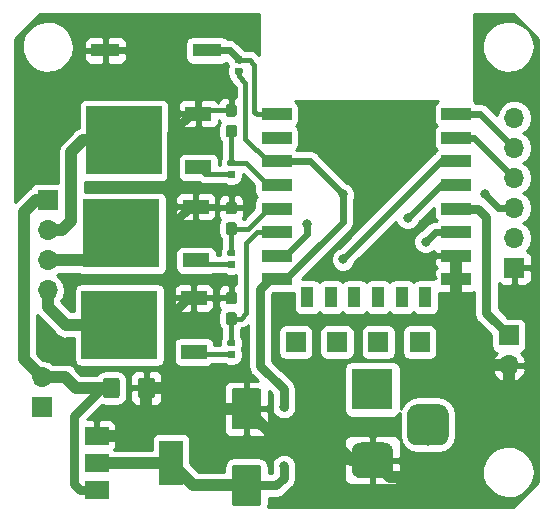
<source format=gbr>
G04 #@! TF.GenerationSoftware,KiCad,Pcbnew,(5.0.2)-1*
G04 #@! TF.CreationDate,2020-08-19T16:16:04+02:00*
G04 #@! TF.ProjectId,RGB-LED-controller,5247422d-4c45-4442-9d63-6f6e74726f6c,rev?*
G04 #@! TF.SameCoordinates,Original*
G04 #@! TF.FileFunction,Copper,L1,Top*
G04 #@! TF.FilePolarity,Positive*
%FSLAX46Y46*%
G04 Gerber Fmt 4.6, Leading zero omitted, Abs format (unit mm)*
G04 Created by KiCad (PCBNEW (5.0.2)-1) date 19/08/2020 16:16:04*
%MOMM*%
%LPD*%
G01*
G04 APERTURE LIST*
G04 #@! TA.AperFunction,Conductor*
%ADD10C,0.100000*%
G04 #@! TD*
G04 #@! TA.AperFunction,SMDPad,CuDef*
%ADD11C,1.425000*%
G04 #@! TD*
G04 #@! TA.AperFunction,SMDPad,CuDef*
%ADD12C,2.500000*%
G04 #@! TD*
G04 #@! TA.AperFunction,ComponentPad*
%ADD13R,3.500000X3.500000*%
G04 #@! TD*
G04 #@! TA.AperFunction,ComponentPad*
%ADD14C,3.000000*%
G04 #@! TD*
G04 #@! TA.AperFunction,ComponentPad*
%ADD15C,3.500000*%
G04 #@! TD*
G04 #@! TA.AperFunction,ComponentPad*
%ADD16R,1.700000X1.700000*%
G04 #@! TD*
G04 #@! TA.AperFunction,ComponentPad*
%ADD17O,1.700000X1.700000*%
G04 #@! TD*
G04 #@! TA.AperFunction,SMDPad,CuDef*
%ADD18R,2.500000X1.000000*%
G04 #@! TD*
G04 #@! TA.AperFunction,SMDPad,CuDef*
%ADD19R,1.000000X1.800000*%
G04 #@! TD*
G04 #@! TA.AperFunction,SMDPad,CuDef*
%ADD20R,2.200000X1.200000*%
G04 #@! TD*
G04 #@! TA.AperFunction,SMDPad,CuDef*
%ADD21R,6.400000X5.800000*%
G04 #@! TD*
G04 #@! TA.AperFunction,SMDPad,CuDef*
%ADD22C,0.590000*%
G04 #@! TD*
G04 #@! TA.AperFunction,SMDPad,CuDef*
%ADD23C,0.950000*%
G04 #@! TD*
G04 #@! TA.AperFunction,SMDPad,CuDef*
%ADD24R,2.440000X1.120000*%
G04 #@! TD*
G04 #@! TA.AperFunction,SMDPad,CuDef*
%ADD25R,2.000000X3.800000*%
G04 #@! TD*
G04 #@! TA.AperFunction,SMDPad,CuDef*
%ADD26R,2.000000X1.500000*%
G04 #@! TD*
G04 #@! TA.AperFunction,ViaPad*
%ADD27C,0.800000*%
G04 #@! TD*
G04 #@! TA.AperFunction,Conductor*
%ADD28C,1.000000*%
G04 #@! TD*
G04 #@! TA.AperFunction,Conductor*
%ADD29C,0.800000*%
G04 #@! TD*
G04 #@! TA.AperFunction,Conductor*
%ADD30C,0.400000*%
G04 #@! TD*
G04 #@! TA.AperFunction,Conductor*
%ADD31C,0.600000*%
G04 #@! TD*
G04 #@! TA.AperFunction,Conductor*
%ADD32C,0.254000*%
G04 #@! TD*
G04 APERTURE END LIST*
D10*
G04 #@! TO.N,+12V*
G04 #@! TO.C,C1*
G36*
X152252004Y-58181204D02*
X152276273Y-58184804D01*
X152300071Y-58190765D01*
X152323171Y-58199030D01*
X152345349Y-58209520D01*
X152366393Y-58222133D01*
X152386098Y-58236747D01*
X152404277Y-58253223D01*
X152420753Y-58271402D01*
X152435367Y-58291107D01*
X152447980Y-58312151D01*
X152458470Y-58334329D01*
X152466735Y-58357429D01*
X152472696Y-58381227D01*
X152476296Y-58405496D01*
X152477500Y-58430000D01*
X152477500Y-59680000D01*
X152476296Y-59704504D01*
X152472696Y-59728773D01*
X152466735Y-59752571D01*
X152458470Y-59775671D01*
X152447980Y-59797849D01*
X152435367Y-59818893D01*
X152420753Y-59838598D01*
X152404277Y-59856777D01*
X152386098Y-59873253D01*
X152366393Y-59887867D01*
X152345349Y-59900480D01*
X152323171Y-59910970D01*
X152300071Y-59919235D01*
X152276273Y-59925196D01*
X152252004Y-59928796D01*
X152227500Y-59930000D01*
X151302500Y-59930000D01*
X151277996Y-59928796D01*
X151253727Y-59925196D01*
X151229929Y-59919235D01*
X151206829Y-59910970D01*
X151184651Y-59900480D01*
X151163607Y-59887867D01*
X151143902Y-59873253D01*
X151125723Y-59856777D01*
X151109247Y-59838598D01*
X151094633Y-59818893D01*
X151082020Y-59797849D01*
X151071530Y-59775671D01*
X151063265Y-59752571D01*
X151057304Y-59728773D01*
X151053704Y-59704504D01*
X151052500Y-59680000D01*
X151052500Y-58430000D01*
X151053704Y-58405496D01*
X151057304Y-58381227D01*
X151063265Y-58357429D01*
X151071530Y-58334329D01*
X151082020Y-58312151D01*
X151094633Y-58291107D01*
X151109247Y-58271402D01*
X151125723Y-58253223D01*
X151143902Y-58236747D01*
X151163607Y-58222133D01*
X151184651Y-58209520D01*
X151206829Y-58199030D01*
X151229929Y-58190765D01*
X151253727Y-58184804D01*
X151277996Y-58181204D01*
X151302500Y-58180000D01*
X152227500Y-58180000D01*
X152252004Y-58181204D01*
X152252004Y-58181204D01*
G37*
D11*
G04 #@! TD*
G04 #@! TO.P,C1,1*
G04 #@! TO.N,+12V*
X151765000Y-59055000D03*
D10*
G04 #@! TO.N,GND*
G04 #@! TO.C,C1*
G36*
X155227004Y-58181204D02*
X155251273Y-58184804D01*
X155275071Y-58190765D01*
X155298171Y-58199030D01*
X155320349Y-58209520D01*
X155341393Y-58222133D01*
X155361098Y-58236747D01*
X155379277Y-58253223D01*
X155395753Y-58271402D01*
X155410367Y-58291107D01*
X155422980Y-58312151D01*
X155433470Y-58334329D01*
X155441735Y-58357429D01*
X155447696Y-58381227D01*
X155451296Y-58405496D01*
X155452500Y-58430000D01*
X155452500Y-59680000D01*
X155451296Y-59704504D01*
X155447696Y-59728773D01*
X155441735Y-59752571D01*
X155433470Y-59775671D01*
X155422980Y-59797849D01*
X155410367Y-59818893D01*
X155395753Y-59838598D01*
X155379277Y-59856777D01*
X155361098Y-59873253D01*
X155341393Y-59887867D01*
X155320349Y-59900480D01*
X155298171Y-59910970D01*
X155275071Y-59919235D01*
X155251273Y-59925196D01*
X155227004Y-59928796D01*
X155202500Y-59930000D01*
X154277500Y-59930000D01*
X154252996Y-59928796D01*
X154228727Y-59925196D01*
X154204929Y-59919235D01*
X154181829Y-59910970D01*
X154159651Y-59900480D01*
X154138607Y-59887867D01*
X154118902Y-59873253D01*
X154100723Y-59856777D01*
X154084247Y-59838598D01*
X154069633Y-59818893D01*
X154057020Y-59797849D01*
X154046530Y-59775671D01*
X154038265Y-59752571D01*
X154032304Y-59728773D01*
X154028704Y-59704504D01*
X154027500Y-59680000D01*
X154027500Y-58430000D01*
X154028704Y-58405496D01*
X154032304Y-58381227D01*
X154038265Y-58357429D01*
X154046530Y-58334329D01*
X154057020Y-58312151D01*
X154069633Y-58291107D01*
X154084247Y-58271402D01*
X154100723Y-58253223D01*
X154118902Y-58236747D01*
X154138607Y-58222133D01*
X154159651Y-58209520D01*
X154181829Y-58199030D01*
X154204929Y-58190765D01*
X154228727Y-58184804D01*
X154252996Y-58181204D01*
X154277500Y-58180000D01*
X155202500Y-58180000D01*
X155227004Y-58181204D01*
X155227004Y-58181204D01*
G37*
D11*
G04 #@! TD*
G04 #@! TO.P,C1,2*
G04 #@! TO.N,GND*
X154740000Y-59055000D03*
D10*
G04 #@! TO.N,FTDI_VCC*
G04 #@! TO.C,C2*
G36*
X164219504Y-65561204D02*
X164243773Y-65564804D01*
X164267571Y-65570765D01*
X164290671Y-65579030D01*
X164312849Y-65589520D01*
X164333893Y-65602133D01*
X164353598Y-65616747D01*
X164371777Y-65633223D01*
X164388253Y-65651402D01*
X164402867Y-65671107D01*
X164415480Y-65692151D01*
X164425970Y-65714329D01*
X164434235Y-65737429D01*
X164440196Y-65761227D01*
X164443796Y-65785496D01*
X164445000Y-65810000D01*
X164445000Y-68810000D01*
X164443796Y-68834504D01*
X164440196Y-68858773D01*
X164434235Y-68882571D01*
X164425970Y-68905671D01*
X164415480Y-68927849D01*
X164402867Y-68948893D01*
X164388253Y-68968598D01*
X164371777Y-68986777D01*
X164353598Y-69003253D01*
X164333893Y-69017867D01*
X164312849Y-69030480D01*
X164290671Y-69040970D01*
X164267571Y-69049235D01*
X164243773Y-69055196D01*
X164219504Y-69058796D01*
X164195000Y-69060000D01*
X162195000Y-69060000D01*
X162170496Y-69058796D01*
X162146227Y-69055196D01*
X162122429Y-69049235D01*
X162099329Y-69040970D01*
X162077151Y-69030480D01*
X162056107Y-69017867D01*
X162036402Y-69003253D01*
X162018223Y-68986777D01*
X162001747Y-68968598D01*
X161987133Y-68948893D01*
X161974520Y-68927849D01*
X161964030Y-68905671D01*
X161955765Y-68882571D01*
X161949804Y-68858773D01*
X161946204Y-68834504D01*
X161945000Y-68810000D01*
X161945000Y-65810000D01*
X161946204Y-65785496D01*
X161949804Y-65761227D01*
X161955765Y-65737429D01*
X161964030Y-65714329D01*
X161974520Y-65692151D01*
X161987133Y-65671107D01*
X162001747Y-65651402D01*
X162018223Y-65633223D01*
X162036402Y-65616747D01*
X162056107Y-65602133D01*
X162077151Y-65589520D01*
X162099329Y-65579030D01*
X162122429Y-65570765D01*
X162146227Y-65564804D01*
X162170496Y-65561204D01*
X162195000Y-65560000D01*
X164195000Y-65560000D01*
X164219504Y-65561204D01*
X164219504Y-65561204D01*
G37*
D12*
G04 #@! TD*
G04 #@! TO.P,C2,1*
G04 #@! TO.N,FTDI_VCC*
X163195000Y-67310000D03*
D10*
G04 #@! TO.N,GND*
G04 #@! TO.C,C2*
G36*
X164219504Y-59061204D02*
X164243773Y-59064804D01*
X164267571Y-59070765D01*
X164290671Y-59079030D01*
X164312849Y-59089520D01*
X164333893Y-59102133D01*
X164353598Y-59116747D01*
X164371777Y-59133223D01*
X164388253Y-59151402D01*
X164402867Y-59171107D01*
X164415480Y-59192151D01*
X164425970Y-59214329D01*
X164434235Y-59237429D01*
X164440196Y-59261227D01*
X164443796Y-59285496D01*
X164445000Y-59310000D01*
X164445000Y-62310000D01*
X164443796Y-62334504D01*
X164440196Y-62358773D01*
X164434235Y-62382571D01*
X164425970Y-62405671D01*
X164415480Y-62427849D01*
X164402867Y-62448893D01*
X164388253Y-62468598D01*
X164371777Y-62486777D01*
X164353598Y-62503253D01*
X164333893Y-62517867D01*
X164312849Y-62530480D01*
X164290671Y-62540970D01*
X164267571Y-62549235D01*
X164243773Y-62555196D01*
X164219504Y-62558796D01*
X164195000Y-62560000D01*
X162195000Y-62560000D01*
X162170496Y-62558796D01*
X162146227Y-62555196D01*
X162122429Y-62549235D01*
X162099329Y-62540970D01*
X162077151Y-62530480D01*
X162056107Y-62517867D01*
X162036402Y-62503253D01*
X162018223Y-62486777D01*
X162001747Y-62468598D01*
X161987133Y-62448893D01*
X161974520Y-62427849D01*
X161964030Y-62405671D01*
X161955765Y-62382571D01*
X161949804Y-62358773D01*
X161946204Y-62334504D01*
X161945000Y-62310000D01*
X161945000Y-59310000D01*
X161946204Y-59285496D01*
X161949804Y-59261227D01*
X161955765Y-59237429D01*
X161964030Y-59214329D01*
X161974520Y-59192151D01*
X161987133Y-59171107D01*
X162001747Y-59151402D01*
X162018223Y-59133223D01*
X162036402Y-59116747D01*
X162056107Y-59102133D01*
X162077151Y-59089520D01*
X162099329Y-59079030D01*
X162122429Y-59070765D01*
X162146227Y-59064804D01*
X162170496Y-59061204D01*
X162195000Y-59060000D01*
X164195000Y-59060000D01*
X164219504Y-59061204D01*
X164219504Y-59061204D01*
G37*
D12*
G04 #@! TD*
G04 #@! TO.P,C2,2*
G04 #@! TO.N,GND*
X163195000Y-60810000D03*
D13*
G04 #@! TO.P,J1,1*
G04 #@! TO.N,Net-(J1-Pad1)*
X173875000Y-59170000D03*
D10*
G04 #@! TD*
G04 #@! TO.N,GND*
G04 #@! TO.C,J1*
G36*
X174948513Y-63673611D02*
X175021318Y-63684411D01*
X175092714Y-63702295D01*
X175162013Y-63727090D01*
X175228548Y-63758559D01*
X175291678Y-63796398D01*
X175350795Y-63840242D01*
X175405330Y-63889670D01*
X175454758Y-63944205D01*
X175498602Y-64003322D01*
X175536441Y-64066452D01*
X175567910Y-64132987D01*
X175592705Y-64202286D01*
X175610589Y-64273682D01*
X175621389Y-64346487D01*
X175625000Y-64420000D01*
X175625000Y-65920000D01*
X175621389Y-65993513D01*
X175610589Y-66066318D01*
X175592705Y-66137714D01*
X175567910Y-66207013D01*
X175536441Y-66273548D01*
X175498602Y-66336678D01*
X175454758Y-66395795D01*
X175405330Y-66450330D01*
X175350795Y-66499758D01*
X175291678Y-66543602D01*
X175228548Y-66581441D01*
X175162013Y-66612910D01*
X175092714Y-66637705D01*
X175021318Y-66655589D01*
X174948513Y-66666389D01*
X174875000Y-66670000D01*
X172875000Y-66670000D01*
X172801487Y-66666389D01*
X172728682Y-66655589D01*
X172657286Y-66637705D01*
X172587987Y-66612910D01*
X172521452Y-66581441D01*
X172458322Y-66543602D01*
X172399205Y-66499758D01*
X172344670Y-66450330D01*
X172295242Y-66395795D01*
X172251398Y-66336678D01*
X172213559Y-66273548D01*
X172182090Y-66207013D01*
X172157295Y-66137714D01*
X172139411Y-66066318D01*
X172128611Y-65993513D01*
X172125000Y-65920000D01*
X172125000Y-64420000D01*
X172128611Y-64346487D01*
X172139411Y-64273682D01*
X172157295Y-64202286D01*
X172182090Y-64132987D01*
X172213559Y-64066452D01*
X172251398Y-64003322D01*
X172295242Y-63944205D01*
X172344670Y-63889670D01*
X172399205Y-63840242D01*
X172458322Y-63796398D01*
X172521452Y-63758559D01*
X172587987Y-63727090D01*
X172657286Y-63702295D01*
X172728682Y-63684411D01*
X172801487Y-63673611D01*
X172875000Y-63670000D01*
X174875000Y-63670000D01*
X174948513Y-63673611D01*
X174948513Y-63673611D01*
G37*
D14*
G04 #@! TO.P,J1,2*
G04 #@! TO.N,GND*
X173875000Y-65170000D03*
D10*
G04 #@! TD*
G04 #@! TO.N,N/C*
G04 #@! TO.C,J1*
G36*
X179535765Y-60424213D02*
X179620704Y-60436813D01*
X179703999Y-60457677D01*
X179784848Y-60486605D01*
X179862472Y-60523319D01*
X179936124Y-60567464D01*
X180005094Y-60618616D01*
X180068718Y-60676282D01*
X180126384Y-60739906D01*
X180177536Y-60808876D01*
X180221681Y-60882528D01*
X180258395Y-60960152D01*
X180287323Y-61041001D01*
X180308187Y-61124296D01*
X180320787Y-61209235D01*
X180325000Y-61295000D01*
X180325000Y-63045000D01*
X180320787Y-63130765D01*
X180308187Y-63215704D01*
X180287323Y-63298999D01*
X180258395Y-63379848D01*
X180221681Y-63457472D01*
X180177536Y-63531124D01*
X180126384Y-63600094D01*
X180068718Y-63663718D01*
X180005094Y-63721384D01*
X179936124Y-63772536D01*
X179862472Y-63816681D01*
X179784848Y-63853395D01*
X179703999Y-63882323D01*
X179620704Y-63903187D01*
X179535765Y-63915787D01*
X179450000Y-63920000D01*
X177700000Y-63920000D01*
X177614235Y-63915787D01*
X177529296Y-63903187D01*
X177446001Y-63882323D01*
X177365152Y-63853395D01*
X177287528Y-63816681D01*
X177213876Y-63772536D01*
X177144906Y-63721384D01*
X177081282Y-63663718D01*
X177023616Y-63600094D01*
X176972464Y-63531124D01*
X176928319Y-63457472D01*
X176891605Y-63379848D01*
X176862677Y-63298999D01*
X176841813Y-63215704D01*
X176829213Y-63130765D01*
X176825000Y-63045000D01*
X176825000Y-61295000D01*
X176829213Y-61209235D01*
X176841813Y-61124296D01*
X176862677Y-61041001D01*
X176891605Y-60960152D01*
X176928319Y-60882528D01*
X176972464Y-60808876D01*
X177023616Y-60739906D01*
X177081282Y-60676282D01*
X177144906Y-60618616D01*
X177213876Y-60567464D01*
X177287528Y-60523319D01*
X177365152Y-60486605D01*
X177446001Y-60457677D01*
X177529296Y-60436813D01*
X177614235Y-60424213D01*
X177700000Y-60420000D01*
X179450000Y-60420000D01*
X179535765Y-60424213D01*
X179535765Y-60424213D01*
G37*
D15*
G04 #@! TO.P,J1,3*
G04 #@! TO.N,N/C*
X178575000Y-62170000D03*
G04 #@! TD*
D16*
G04 #@! TO.P,J2,1*
G04 #@! TO.N,GND*
X185875000Y-48895000D03*
D17*
G04 #@! TO.P,J2,2*
G04 #@! TO.N,Net-(J2-Pad2)*
X185875000Y-46355000D03*
G04 #@! TO.P,J2,3*
G04 #@! TO.N,FTDI_VCC*
X185875000Y-43815000D03*
G04 #@! TO.P,J2,4*
G04 #@! TO.N,Net-(J2-Pad4)*
X185875000Y-41275000D03*
G04 #@! TO.P,J2,5*
G04 #@! TO.N,Net-(J2-Pad5)*
X185875000Y-38735000D03*
G04 #@! TO.P,J2,6*
G04 #@! TO.N,Net-(J2-Pad6)*
X185875000Y-36195000D03*
G04 #@! TD*
D16*
G04 #@! TO.P,J3,1*
G04 #@! TO.N,+12V*
X146375000Y-43170000D03*
D17*
G04 #@! TO.P,J3,2*
G04 #@! TO.N,/R*
X146375000Y-45710000D03*
G04 #@! TO.P,J3,3*
G04 #@! TO.N,/G*
X146375000Y-48250000D03*
G04 #@! TO.P,J3,4*
G04 #@! TO.N,/B*
X146375000Y-50790000D03*
G04 #@! TD*
D16*
G04 #@! TO.P,JP1,1*
G04 #@! TO.N,Net-(JP1-Pad1)*
X185420000Y-54610000D03*
D17*
G04 #@! TO.P,JP1,2*
G04 #@! TO.N,GND*
X185420000Y-57150000D03*
G04 #@! TD*
D18*
G04 #@! TO.P,M1,1*
G04 #@! TO.N,Net-(M1-Pad1)*
X165755000Y-35870000D03*
G04 #@! TO.P,M1,2*
G04 #@! TO.N,Net-(M1-Pad2)*
X165755000Y-37870000D03*
G04 #@! TO.P,M1,3*
G04 #@! TO.N,FTDI_VCC*
X165755000Y-39870000D03*
G04 #@! TO.P,M1,4*
G04 #@! TO.N,GATE_R*
X165755000Y-41870000D03*
G04 #@! TO.P,M1,5*
G04 #@! TO.N,GATE_G*
X165755000Y-43870000D03*
G04 #@! TO.P,M1,6*
G04 #@! TO.N,GATE_B*
X165755000Y-45870000D03*
G04 #@! TO.P,M1,7*
G04 #@! TO.N,Net-(J4-Pad1)*
X165755000Y-47870000D03*
G04 #@! TO.P,M1,8*
G04 #@! TO.N,FTDI_VCC*
X165755000Y-49870000D03*
D19*
G04 #@! TO.P,M1,9*
G04 #@! TO.N,Net-(M1-Pad9)*
X168355000Y-51370000D03*
G04 #@! TO.P,M1,10*
G04 #@! TO.N,Net-(M1-Pad10)*
X170355000Y-51370000D03*
G04 #@! TO.P,M1,11*
G04 #@! TO.N,Net-(M1-Pad11)*
X172355000Y-51370000D03*
G04 #@! TO.P,M1,12*
G04 #@! TO.N,Net-(M1-Pad12)*
X174355000Y-51370000D03*
G04 #@! TO.P,M1,13*
G04 #@! TO.N,Net-(M1-Pad13)*
X176355000Y-51370000D03*
G04 #@! TO.P,M1,14*
G04 #@! TO.N,Net-(M1-Pad14)*
X178355000Y-51370000D03*
D18*
G04 #@! TO.P,M1,15*
G04 #@! TO.N,GND*
X180955000Y-49870000D03*
G04 #@! TO.P,M1,16*
X180955000Y-47870000D03*
G04 #@! TO.P,M1,17*
G04 #@! TO.N,Net-(J7-Pad1)*
X180955000Y-45870000D03*
G04 #@! TO.P,M1,18*
G04 #@! TO.N,Net-(JP1-Pad1)*
X180955000Y-43870000D03*
G04 #@! TO.P,M1,19*
G04 #@! TO.N,Net-(J6-Pad1)*
X180955000Y-41870000D03*
G04 #@! TO.P,M1,20*
G04 #@! TO.N,Net-(J5-Pad1)*
X180955000Y-39870000D03*
G04 #@! TO.P,M1,21*
G04 #@! TO.N,Net-(J2-Pad4)*
X180955000Y-37870000D03*
G04 #@! TO.P,M1,22*
G04 #@! TO.N,Net-(J2-Pad5)*
X180955000Y-35870000D03*
G04 #@! TD*
D20*
G04 #@! TO.P,Q1,1*
G04 #@! TO.N,Net-(Q1-Pad1)*
X159140000Y-40380000D03*
G04 #@! TO.P,Q1,3*
G04 #@! TO.N,GND*
X159140000Y-35820000D03*
D21*
G04 #@! TO.P,Q1,2*
G04 #@! TO.N,/R*
X152840000Y-38100000D03*
G04 #@! TD*
G04 #@! TO.P,Q2,2*
G04 #@! TO.N,/G*
X152630000Y-45975000D03*
D20*
G04 #@! TO.P,Q2,3*
G04 #@! TO.N,GND*
X158930000Y-43695000D03*
G04 #@! TO.P,Q2,1*
G04 #@! TO.N,Net-(Q2-Pad1)*
X158930000Y-48255000D03*
G04 #@! TD*
G04 #@! TO.P,Q3,1*
G04 #@! TO.N,Net-(Q3-Pad1)*
X158750000Y-55995000D03*
G04 #@! TO.P,Q3,3*
G04 #@! TO.N,GND*
X158750000Y-51435000D03*
D21*
G04 #@! TO.P,Q3,2*
G04 #@! TO.N,/B*
X152450000Y-53715000D03*
G04 #@! TD*
D10*
G04 #@! TO.N,FTDI_VCC*
G04 #@! TO.C,R1*
G36*
X162746958Y-31940710D02*
X162761276Y-31942834D01*
X162775317Y-31946351D01*
X162788946Y-31951228D01*
X162802031Y-31957417D01*
X162814447Y-31964858D01*
X162826073Y-31973481D01*
X162836798Y-31983202D01*
X162846519Y-31993927D01*
X162855142Y-32005553D01*
X162862583Y-32017969D01*
X162868772Y-32031054D01*
X162873649Y-32044683D01*
X162877166Y-32058724D01*
X162879290Y-32073042D01*
X162880000Y-32087500D01*
X162880000Y-32382500D01*
X162879290Y-32396958D01*
X162877166Y-32411276D01*
X162873649Y-32425317D01*
X162868772Y-32438946D01*
X162862583Y-32452031D01*
X162855142Y-32464447D01*
X162846519Y-32476073D01*
X162836798Y-32486798D01*
X162826073Y-32496519D01*
X162814447Y-32505142D01*
X162802031Y-32512583D01*
X162788946Y-32518772D01*
X162775317Y-32523649D01*
X162761276Y-32527166D01*
X162746958Y-32529290D01*
X162732500Y-32530000D01*
X162387500Y-32530000D01*
X162373042Y-32529290D01*
X162358724Y-32527166D01*
X162344683Y-32523649D01*
X162331054Y-32518772D01*
X162317969Y-32512583D01*
X162305553Y-32505142D01*
X162293927Y-32496519D01*
X162283202Y-32486798D01*
X162273481Y-32476073D01*
X162264858Y-32464447D01*
X162257417Y-32452031D01*
X162251228Y-32438946D01*
X162246351Y-32425317D01*
X162242834Y-32411276D01*
X162240710Y-32396958D01*
X162240000Y-32382500D01*
X162240000Y-32087500D01*
X162240710Y-32073042D01*
X162242834Y-32058724D01*
X162246351Y-32044683D01*
X162251228Y-32031054D01*
X162257417Y-32017969D01*
X162264858Y-32005553D01*
X162273481Y-31993927D01*
X162283202Y-31983202D01*
X162293927Y-31973481D01*
X162305553Y-31964858D01*
X162317969Y-31957417D01*
X162331054Y-31951228D01*
X162344683Y-31946351D01*
X162358724Y-31942834D01*
X162373042Y-31940710D01*
X162387500Y-31940000D01*
X162732500Y-31940000D01*
X162746958Y-31940710D01*
X162746958Y-31940710D01*
G37*
D22*
G04 #@! TD*
G04 #@! TO.P,R1,1*
G04 #@! TO.N,FTDI_VCC*
X162560000Y-32235000D03*
D10*
G04 #@! TO.N,Net-(M1-Pad1)*
G04 #@! TO.C,R1*
G36*
X162746958Y-30970710D02*
X162761276Y-30972834D01*
X162775317Y-30976351D01*
X162788946Y-30981228D01*
X162802031Y-30987417D01*
X162814447Y-30994858D01*
X162826073Y-31003481D01*
X162836798Y-31013202D01*
X162846519Y-31023927D01*
X162855142Y-31035553D01*
X162862583Y-31047969D01*
X162868772Y-31061054D01*
X162873649Y-31074683D01*
X162877166Y-31088724D01*
X162879290Y-31103042D01*
X162880000Y-31117500D01*
X162880000Y-31412500D01*
X162879290Y-31426958D01*
X162877166Y-31441276D01*
X162873649Y-31455317D01*
X162868772Y-31468946D01*
X162862583Y-31482031D01*
X162855142Y-31494447D01*
X162846519Y-31506073D01*
X162836798Y-31516798D01*
X162826073Y-31526519D01*
X162814447Y-31535142D01*
X162802031Y-31542583D01*
X162788946Y-31548772D01*
X162775317Y-31553649D01*
X162761276Y-31557166D01*
X162746958Y-31559290D01*
X162732500Y-31560000D01*
X162387500Y-31560000D01*
X162373042Y-31559290D01*
X162358724Y-31557166D01*
X162344683Y-31553649D01*
X162331054Y-31548772D01*
X162317969Y-31542583D01*
X162305553Y-31535142D01*
X162293927Y-31526519D01*
X162283202Y-31516798D01*
X162273481Y-31506073D01*
X162264858Y-31494447D01*
X162257417Y-31482031D01*
X162251228Y-31468946D01*
X162246351Y-31455317D01*
X162242834Y-31441276D01*
X162240710Y-31426958D01*
X162240000Y-31412500D01*
X162240000Y-31117500D01*
X162240710Y-31103042D01*
X162242834Y-31088724D01*
X162246351Y-31074683D01*
X162251228Y-31061054D01*
X162257417Y-31047969D01*
X162264858Y-31035553D01*
X162273481Y-31023927D01*
X162283202Y-31013202D01*
X162293927Y-31003481D01*
X162305553Y-30994858D01*
X162317969Y-30987417D01*
X162331054Y-30981228D01*
X162344683Y-30976351D01*
X162358724Y-30972834D01*
X162373042Y-30970710D01*
X162387500Y-30970000D01*
X162732500Y-30970000D01*
X162746958Y-30970710D01*
X162746958Y-30970710D01*
G37*
D22*
G04 #@! TD*
G04 #@! TO.P,R1,2*
G04 #@! TO.N,Net-(M1-Pad1)*
X162560000Y-31265000D03*
D10*
G04 #@! TO.N,GATE_R*
G04 #@! TO.C,R2*
G36*
X162185779Y-36786144D02*
X162208834Y-36789563D01*
X162231443Y-36795227D01*
X162253387Y-36803079D01*
X162274457Y-36813044D01*
X162294448Y-36825026D01*
X162313168Y-36838910D01*
X162330438Y-36854562D01*
X162346090Y-36871832D01*
X162359974Y-36890552D01*
X162371956Y-36910543D01*
X162381921Y-36931613D01*
X162389773Y-36953557D01*
X162395437Y-36976166D01*
X162398856Y-36999221D01*
X162400000Y-37022500D01*
X162400000Y-37597500D01*
X162398856Y-37620779D01*
X162395437Y-37643834D01*
X162389773Y-37666443D01*
X162381921Y-37688387D01*
X162371956Y-37709457D01*
X162359974Y-37729448D01*
X162346090Y-37748168D01*
X162330438Y-37765438D01*
X162313168Y-37781090D01*
X162294448Y-37794974D01*
X162274457Y-37806956D01*
X162253387Y-37816921D01*
X162231443Y-37824773D01*
X162208834Y-37830437D01*
X162185779Y-37833856D01*
X162162500Y-37835000D01*
X161687500Y-37835000D01*
X161664221Y-37833856D01*
X161641166Y-37830437D01*
X161618557Y-37824773D01*
X161596613Y-37816921D01*
X161575543Y-37806956D01*
X161555552Y-37794974D01*
X161536832Y-37781090D01*
X161519562Y-37765438D01*
X161503910Y-37748168D01*
X161490026Y-37729448D01*
X161478044Y-37709457D01*
X161468079Y-37688387D01*
X161460227Y-37666443D01*
X161454563Y-37643834D01*
X161451144Y-37620779D01*
X161450000Y-37597500D01*
X161450000Y-37022500D01*
X161451144Y-36999221D01*
X161454563Y-36976166D01*
X161460227Y-36953557D01*
X161468079Y-36931613D01*
X161478044Y-36910543D01*
X161490026Y-36890552D01*
X161503910Y-36871832D01*
X161519562Y-36854562D01*
X161536832Y-36838910D01*
X161555552Y-36825026D01*
X161575543Y-36813044D01*
X161596613Y-36803079D01*
X161618557Y-36795227D01*
X161641166Y-36789563D01*
X161664221Y-36786144D01*
X161687500Y-36785000D01*
X162162500Y-36785000D01*
X162185779Y-36786144D01*
X162185779Y-36786144D01*
G37*
D23*
G04 #@! TD*
G04 #@! TO.P,R2,1*
G04 #@! TO.N,GATE_R*
X161925000Y-37310000D03*
D10*
G04 #@! TO.N,GND*
G04 #@! TO.C,R2*
G36*
X162185779Y-35036144D02*
X162208834Y-35039563D01*
X162231443Y-35045227D01*
X162253387Y-35053079D01*
X162274457Y-35063044D01*
X162294448Y-35075026D01*
X162313168Y-35088910D01*
X162330438Y-35104562D01*
X162346090Y-35121832D01*
X162359974Y-35140552D01*
X162371956Y-35160543D01*
X162381921Y-35181613D01*
X162389773Y-35203557D01*
X162395437Y-35226166D01*
X162398856Y-35249221D01*
X162400000Y-35272500D01*
X162400000Y-35847500D01*
X162398856Y-35870779D01*
X162395437Y-35893834D01*
X162389773Y-35916443D01*
X162381921Y-35938387D01*
X162371956Y-35959457D01*
X162359974Y-35979448D01*
X162346090Y-35998168D01*
X162330438Y-36015438D01*
X162313168Y-36031090D01*
X162294448Y-36044974D01*
X162274457Y-36056956D01*
X162253387Y-36066921D01*
X162231443Y-36074773D01*
X162208834Y-36080437D01*
X162185779Y-36083856D01*
X162162500Y-36085000D01*
X161687500Y-36085000D01*
X161664221Y-36083856D01*
X161641166Y-36080437D01*
X161618557Y-36074773D01*
X161596613Y-36066921D01*
X161575543Y-36056956D01*
X161555552Y-36044974D01*
X161536832Y-36031090D01*
X161519562Y-36015438D01*
X161503910Y-35998168D01*
X161490026Y-35979448D01*
X161478044Y-35959457D01*
X161468079Y-35938387D01*
X161460227Y-35916443D01*
X161454563Y-35893834D01*
X161451144Y-35870779D01*
X161450000Y-35847500D01*
X161450000Y-35272500D01*
X161451144Y-35249221D01*
X161454563Y-35226166D01*
X161460227Y-35203557D01*
X161468079Y-35181613D01*
X161478044Y-35160543D01*
X161490026Y-35140552D01*
X161503910Y-35121832D01*
X161519562Y-35104562D01*
X161536832Y-35088910D01*
X161555552Y-35075026D01*
X161575543Y-35063044D01*
X161596613Y-35053079D01*
X161618557Y-35045227D01*
X161641166Y-35039563D01*
X161664221Y-35036144D01*
X161687500Y-35035000D01*
X162162500Y-35035000D01*
X162185779Y-35036144D01*
X162185779Y-35036144D01*
G37*
D23*
G04 #@! TD*
G04 #@! TO.P,R2,2*
G04 #@! TO.N,GND*
X161925000Y-35560000D03*
D10*
G04 #@! TO.N,GND*
G04 #@! TO.C,R3*
G36*
X162185779Y-43291144D02*
X162208834Y-43294563D01*
X162231443Y-43300227D01*
X162253387Y-43308079D01*
X162274457Y-43318044D01*
X162294448Y-43330026D01*
X162313168Y-43343910D01*
X162330438Y-43359562D01*
X162346090Y-43376832D01*
X162359974Y-43395552D01*
X162371956Y-43415543D01*
X162381921Y-43436613D01*
X162389773Y-43458557D01*
X162395437Y-43481166D01*
X162398856Y-43504221D01*
X162400000Y-43527500D01*
X162400000Y-44102500D01*
X162398856Y-44125779D01*
X162395437Y-44148834D01*
X162389773Y-44171443D01*
X162381921Y-44193387D01*
X162371956Y-44214457D01*
X162359974Y-44234448D01*
X162346090Y-44253168D01*
X162330438Y-44270438D01*
X162313168Y-44286090D01*
X162294448Y-44299974D01*
X162274457Y-44311956D01*
X162253387Y-44321921D01*
X162231443Y-44329773D01*
X162208834Y-44335437D01*
X162185779Y-44338856D01*
X162162500Y-44340000D01*
X161687500Y-44340000D01*
X161664221Y-44338856D01*
X161641166Y-44335437D01*
X161618557Y-44329773D01*
X161596613Y-44321921D01*
X161575543Y-44311956D01*
X161555552Y-44299974D01*
X161536832Y-44286090D01*
X161519562Y-44270438D01*
X161503910Y-44253168D01*
X161490026Y-44234448D01*
X161478044Y-44214457D01*
X161468079Y-44193387D01*
X161460227Y-44171443D01*
X161454563Y-44148834D01*
X161451144Y-44125779D01*
X161450000Y-44102500D01*
X161450000Y-43527500D01*
X161451144Y-43504221D01*
X161454563Y-43481166D01*
X161460227Y-43458557D01*
X161468079Y-43436613D01*
X161478044Y-43415543D01*
X161490026Y-43395552D01*
X161503910Y-43376832D01*
X161519562Y-43359562D01*
X161536832Y-43343910D01*
X161555552Y-43330026D01*
X161575543Y-43318044D01*
X161596613Y-43308079D01*
X161618557Y-43300227D01*
X161641166Y-43294563D01*
X161664221Y-43291144D01*
X161687500Y-43290000D01*
X162162500Y-43290000D01*
X162185779Y-43291144D01*
X162185779Y-43291144D01*
G37*
D23*
G04 #@! TD*
G04 #@! TO.P,R3,2*
G04 #@! TO.N,GND*
X161925000Y-43815000D03*
D10*
G04 #@! TO.N,GATE_G*
G04 #@! TO.C,R3*
G36*
X162185779Y-45041144D02*
X162208834Y-45044563D01*
X162231443Y-45050227D01*
X162253387Y-45058079D01*
X162274457Y-45068044D01*
X162294448Y-45080026D01*
X162313168Y-45093910D01*
X162330438Y-45109562D01*
X162346090Y-45126832D01*
X162359974Y-45145552D01*
X162371956Y-45165543D01*
X162381921Y-45186613D01*
X162389773Y-45208557D01*
X162395437Y-45231166D01*
X162398856Y-45254221D01*
X162400000Y-45277500D01*
X162400000Y-45852500D01*
X162398856Y-45875779D01*
X162395437Y-45898834D01*
X162389773Y-45921443D01*
X162381921Y-45943387D01*
X162371956Y-45964457D01*
X162359974Y-45984448D01*
X162346090Y-46003168D01*
X162330438Y-46020438D01*
X162313168Y-46036090D01*
X162294448Y-46049974D01*
X162274457Y-46061956D01*
X162253387Y-46071921D01*
X162231443Y-46079773D01*
X162208834Y-46085437D01*
X162185779Y-46088856D01*
X162162500Y-46090000D01*
X161687500Y-46090000D01*
X161664221Y-46088856D01*
X161641166Y-46085437D01*
X161618557Y-46079773D01*
X161596613Y-46071921D01*
X161575543Y-46061956D01*
X161555552Y-46049974D01*
X161536832Y-46036090D01*
X161519562Y-46020438D01*
X161503910Y-46003168D01*
X161490026Y-45984448D01*
X161478044Y-45964457D01*
X161468079Y-45943387D01*
X161460227Y-45921443D01*
X161454563Y-45898834D01*
X161451144Y-45875779D01*
X161450000Y-45852500D01*
X161450000Y-45277500D01*
X161451144Y-45254221D01*
X161454563Y-45231166D01*
X161460227Y-45208557D01*
X161468079Y-45186613D01*
X161478044Y-45165543D01*
X161490026Y-45145552D01*
X161503910Y-45126832D01*
X161519562Y-45109562D01*
X161536832Y-45093910D01*
X161555552Y-45080026D01*
X161575543Y-45068044D01*
X161596613Y-45058079D01*
X161618557Y-45050227D01*
X161641166Y-45044563D01*
X161664221Y-45041144D01*
X161687500Y-45040000D01*
X162162500Y-45040000D01*
X162185779Y-45041144D01*
X162185779Y-45041144D01*
G37*
D23*
G04 #@! TD*
G04 #@! TO.P,R3,1*
G04 #@! TO.N,GATE_G*
X161925000Y-45565000D03*
D10*
G04 #@! TO.N,GATE_B*
G04 #@! TO.C,R4*
G36*
X162185779Y-52661144D02*
X162208834Y-52664563D01*
X162231443Y-52670227D01*
X162253387Y-52678079D01*
X162274457Y-52688044D01*
X162294448Y-52700026D01*
X162313168Y-52713910D01*
X162330438Y-52729562D01*
X162346090Y-52746832D01*
X162359974Y-52765552D01*
X162371956Y-52785543D01*
X162381921Y-52806613D01*
X162389773Y-52828557D01*
X162395437Y-52851166D01*
X162398856Y-52874221D01*
X162400000Y-52897500D01*
X162400000Y-53472500D01*
X162398856Y-53495779D01*
X162395437Y-53518834D01*
X162389773Y-53541443D01*
X162381921Y-53563387D01*
X162371956Y-53584457D01*
X162359974Y-53604448D01*
X162346090Y-53623168D01*
X162330438Y-53640438D01*
X162313168Y-53656090D01*
X162294448Y-53669974D01*
X162274457Y-53681956D01*
X162253387Y-53691921D01*
X162231443Y-53699773D01*
X162208834Y-53705437D01*
X162185779Y-53708856D01*
X162162500Y-53710000D01*
X161687500Y-53710000D01*
X161664221Y-53708856D01*
X161641166Y-53705437D01*
X161618557Y-53699773D01*
X161596613Y-53691921D01*
X161575543Y-53681956D01*
X161555552Y-53669974D01*
X161536832Y-53656090D01*
X161519562Y-53640438D01*
X161503910Y-53623168D01*
X161490026Y-53604448D01*
X161478044Y-53584457D01*
X161468079Y-53563387D01*
X161460227Y-53541443D01*
X161454563Y-53518834D01*
X161451144Y-53495779D01*
X161450000Y-53472500D01*
X161450000Y-52897500D01*
X161451144Y-52874221D01*
X161454563Y-52851166D01*
X161460227Y-52828557D01*
X161468079Y-52806613D01*
X161478044Y-52785543D01*
X161490026Y-52765552D01*
X161503910Y-52746832D01*
X161519562Y-52729562D01*
X161536832Y-52713910D01*
X161555552Y-52700026D01*
X161575543Y-52688044D01*
X161596613Y-52678079D01*
X161618557Y-52670227D01*
X161641166Y-52664563D01*
X161664221Y-52661144D01*
X161687500Y-52660000D01*
X162162500Y-52660000D01*
X162185779Y-52661144D01*
X162185779Y-52661144D01*
G37*
D23*
G04 #@! TD*
G04 #@! TO.P,R4,1*
G04 #@! TO.N,GATE_B*
X161925000Y-53185000D03*
D10*
G04 #@! TO.N,GND*
G04 #@! TO.C,R4*
G36*
X162185779Y-50911144D02*
X162208834Y-50914563D01*
X162231443Y-50920227D01*
X162253387Y-50928079D01*
X162274457Y-50938044D01*
X162294448Y-50950026D01*
X162313168Y-50963910D01*
X162330438Y-50979562D01*
X162346090Y-50996832D01*
X162359974Y-51015552D01*
X162371956Y-51035543D01*
X162381921Y-51056613D01*
X162389773Y-51078557D01*
X162395437Y-51101166D01*
X162398856Y-51124221D01*
X162400000Y-51147500D01*
X162400000Y-51722500D01*
X162398856Y-51745779D01*
X162395437Y-51768834D01*
X162389773Y-51791443D01*
X162381921Y-51813387D01*
X162371956Y-51834457D01*
X162359974Y-51854448D01*
X162346090Y-51873168D01*
X162330438Y-51890438D01*
X162313168Y-51906090D01*
X162294448Y-51919974D01*
X162274457Y-51931956D01*
X162253387Y-51941921D01*
X162231443Y-51949773D01*
X162208834Y-51955437D01*
X162185779Y-51958856D01*
X162162500Y-51960000D01*
X161687500Y-51960000D01*
X161664221Y-51958856D01*
X161641166Y-51955437D01*
X161618557Y-51949773D01*
X161596613Y-51941921D01*
X161575543Y-51931956D01*
X161555552Y-51919974D01*
X161536832Y-51906090D01*
X161519562Y-51890438D01*
X161503910Y-51873168D01*
X161490026Y-51854448D01*
X161478044Y-51834457D01*
X161468079Y-51813387D01*
X161460227Y-51791443D01*
X161454563Y-51768834D01*
X161451144Y-51745779D01*
X161450000Y-51722500D01*
X161450000Y-51147500D01*
X161451144Y-51124221D01*
X161454563Y-51101166D01*
X161460227Y-51078557D01*
X161468079Y-51056613D01*
X161478044Y-51035543D01*
X161490026Y-51015552D01*
X161503910Y-50996832D01*
X161519562Y-50979562D01*
X161536832Y-50963910D01*
X161555552Y-50950026D01*
X161575543Y-50938044D01*
X161596613Y-50928079D01*
X161618557Y-50920227D01*
X161641166Y-50914563D01*
X161664221Y-50911144D01*
X161687500Y-50910000D01*
X162162500Y-50910000D01*
X162185779Y-50911144D01*
X162185779Y-50911144D01*
G37*
D23*
G04 #@! TD*
G04 #@! TO.P,R4,2*
G04 #@! TO.N,GND*
X161925000Y-51435000D03*
D10*
G04 #@! TO.N,GATE_B*
G04 #@! TO.C,R5*
G36*
X162111958Y-54950710D02*
X162126276Y-54952834D01*
X162140317Y-54956351D01*
X162153946Y-54961228D01*
X162167031Y-54967417D01*
X162179447Y-54974858D01*
X162191073Y-54983481D01*
X162201798Y-54993202D01*
X162211519Y-55003927D01*
X162220142Y-55015553D01*
X162227583Y-55027969D01*
X162233772Y-55041054D01*
X162238649Y-55054683D01*
X162242166Y-55068724D01*
X162244290Y-55083042D01*
X162245000Y-55097500D01*
X162245000Y-55392500D01*
X162244290Y-55406958D01*
X162242166Y-55421276D01*
X162238649Y-55435317D01*
X162233772Y-55448946D01*
X162227583Y-55462031D01*
X162220142Y-55474447D01*
X162211519Y-55486073D01*
X162201798Y-55496798D01*
X162191073Y-55506519D01*
X162179447Y-55515142D01*
X162167031Y-55522583D01*
X162153946Y-55528772D01*
X162140317Y-55533649D01*
X162126276Y-55537166D01*
X162111958Y-55539290D01*
X162097500Y-55540000D01*
X161752500Y-55540000D01*
X161738042Y-55539290D01*
X161723724Y-55537166D01*
X161709683Y-55533649D01*
X161696054Y-55528772D01*
X161682969Y-55522583D01*
X161670553Y-55515142D01*
X161658927Y-55506519D01*
X161648202Y-55496798D01*
X161638481Y-55486073D01*
X161629858Y-55474447D01*
X161622417Y-55462031D01*
X161616228Y-55448946D01*
X161611351Y-55435317D01*
X161607834Y-55421276D01*
X161605710Y-55406958D01*
X161605000Y-55392500D01*
X161605000Y-55097500D01*
X161605710Y-55083042D01*
X161607834Y-55068724D01*
X161611351Y-55054683D01*
X161616228Y-55041054D01*
X161622417Y-55027969D01*
X161629858Y-55015553D01*
X161638481Y-55003927D01*
X161648202Y-54993202D01*
X161658927Y-54983481D01*
X161670553Y-54974858D01*
X161682969Y-54967417D01*
X161696054Y-54961228D01*
X161709683Y-54956351D01*
X161723724Y-54952834D01*
X161738042Y-54950710D01*
X161752500Y-54950000D01*
X162097500Y-54950000D01*
X162111958Y-54950710D01*
X162111958Y-54950710D01*
G37*
D22*
G04 #@! TD*
G04 #@! TO.P,R5,2*
G04 #@! TO.N,GATE_B*
X161925000Y-55245000D03*
D10*
G04 #@! TO.N,Net-(Q3-Pad1)*
G04 #@! TO.C,R5*
G36*
X162111958Y-55920710D02*
X162126276Y-55922834D01*
X162140317Y-55926351D01*
X162153946Y-55931228D01*
X162167031Y-55937417D01*
X162179447Y-55944858D01*
X162191073Y-55953481D01*
X162201798Y-55963202D01*
X162211519Y-55973927D01*
X162220142Y-55985553D01*
X162227583Y-55997969D01*
X162233772Y-56011054D01*
X162238649Y-56024683D01*
X162242166Y-56038724D01*
X162244290Y-56053042D01*
X162245000Y-56067500D01*
X162245000Y-56362500D01*
X162244290Y-56376958D01*
X162242166Y-56391276D01*
X162238649Y-56405317D01*
X162233772Y-56418946D01*
X162227583Y-56432031D01*
X162220142Y-56444447D01*
X162211519Y-56456073D01*
X162201798Y-56466798D01*
X162191073Y-56476519D01*
X162179447Y-56485142D01*
X162167031Y-56492583D01*
X162153946Y-56498772D01*
X162140317Y-56503649D01*
X162126276Y-56507166D01*
X162111958Y-56509290D01*
X162097500Y-56510000D01*
X161752500Y-56510000D01*
X161738042Y-56509290D01*
X161723724Y-56507166D01*
X161709683Y-56503649D01*
X161696054Y-56498772D01*
X161682969Y-56492583D01*
X161670553Y-56485142D01*
X161658927Y-56476519D01*
X161648202Y-56466798D01*
X161638481Y-56456073D01*
X161629858Y-56444447D01*
X161622417Y-56432031D01*
X161616228Y-56418946D01*
X161611351Y-56405317D01*
X161607834Y-56391276D01*
X161605710Y-56376958D01*
X161605000Y-56362500D01*
X161605000Y-56067500D01*
X161605710Y-56053042D01*
X161607834Y-56038724D01*
X161611351Y-56024683D01*
X161616228Y-56011054D01*
X161622417Y-55997969D01*
X161629858Y-55985553D01*
X161638481Y-55973927D01*
X161648202Y-55963202D01*
X161658927Y-55953481D01*
X161670553Y-55944858D01*
X161682969Y-55937417D01*
X161696054Y-55931228D01*
X161709683Y-55926351D01*
X161723724Y-55922834D01*
X161738042Y-55920710D01*
X161752500Y-55920000D01*
X162097500Y-55920000D01*
X162111958Y-55920710D01*
X162111958Y-55920710D01*
G37*
D22*
G04 #@! TD*
G04 #@! TO.P,R5,1*
G04 #@! TO.N,Net-(Q3-Pad1)*
X161925000Y-56215000D03*
D10*
G04 #@! TO.N,Net-(Q2-Pad1)*
G04 #@! TO.C,R6*
G36*
X162111958Y-48300710D02*
X162126276Y-48302834D01*
X162140317Y-48306351D01*
X162153946Y-48311228D01*
X162167031Y-48317417D01*
X162179447Y-48324858D01*
X162191073Y-48333481D01*
X162201798Y-48343202D01*
X162211519Y-48353927D01*
X162220142Y-48365553D01*
X162227583Y-48377969D01*
X162233772Y-48391054D01*
X162238649Y-48404683D01*
X162242166Y-48418724D01*
X162244290Y-48433042D01*
X162245000Y-48447500D01*
X162245000Y-48742500D01*
X162244290Y-48756958D01*
X162242166Y-48771276D01*
X162238649Y-48785317D01*
X162233772Y-48798946D01*
X162227583Y-48812031D01*
X162220142Y-48824447D01*
X162211519Y-48836073D01*
X162201798Y-48846798D01*
X162191073Y-48856519D01*
X162179447Y-48865142D01*
X162167031Y-48872583D01*
X162153946Y-48878772D01*
X162140317Y-48883649D01*
X162126276Y-48887166D01*
X162111958Y-48889290D01*
X162097500Y-48890000D01*
X161752500Y-48890000D01*
X161738042Y-48889290D01*
X161723724Y-48887166D01*
X161709683Y-48883649D01*
X161696054Y-48878772D01*
X161682969Y-48872583D01*
X161670553Y-48865142D01*
X161658927Y-48856519D01*
X161648202Y-48846798D01*
X161638481Y-48836073D01*
X161629858Y-48824447D01*
X161622417Y-48812031D01*
X161616228Y-48798946D01*
X161611351Y-48785317D01*
X161607834Y-48771276D01*
X161605710Y-48756958D01*
X161605000Y-48742500D01*
X161605000Y-48447500D01*
X161605710Y-48433042D01*
X161607834Y-48418724D01*
X161611351Y-48404683D01*
X161616228Y-48391054D01*
X161622417Y-48377969D01*
X161629858Y-48365553D01*
X161638481Y-48353927D01*
X161648202Y-48343202D01*
X161658927Y-48333481D01*
X161670553Y-48324858D01*
X161682969Y-48317417D01*
X161696054Y-48311228D01*
X161709683Y-48306351D01*
X161723724Y-48302834D01*
X161738042Y-48300710D01*
X161752500Y-48300000D01*
X162097500Y-48300000D01*
X162111958Y-48300710D01*
X162111958Y-48300710D01*
G37*
D22*
G04 #@! TD*
G04 #@! TO.P,R6,1*
G04 #@! TO.N,Net-(Q2-Pad1)*
X161925000Y-48595000D03*
D10*
G04 #@! TO.N,GATE_G*
G04 #@! TO.C,R6*
G36*
X162111958Y-47330710D02*
X162126276Y-47332834D01*
X162140317Y-47336351D01*
X162153946Y-47341228D01*
X162167031Y-47347417D01*
X162179447Y-47354858D01*
X162191073Y-47363481D01*
X162201798Y-47373202D01*
X162211519Y-47383927D01*
X162220142Y-47395553D01*
X162227583Y-47407969D01*
X162233772Y-47421054D01*
X162238649Y-47434683D01*
X162242166Y-47448724D01*
X162244290Y-47463042D01*
X162245000Y-47477500D01*
X162245000Y-47772500D01*
X162244290Y-47786958D01*
X162242166Y-47801276D01*
X162238649Y-47815317D01*
X162233772Y-47828946D01*
X162227583Y-47842031D01*
X162220142Y-47854447D01*
X162211519Y-47866073D01*
X162201798Y-47876798D01*
X162191073Y-47886519D01*
X162179447Y-47895142D01*
X162167031Y-47902583D01*
X162153946Y-47908772D01*
X162140317Y-47913649D01*
X162126276Y-47917166D01*
X162111958Y-47919290D01*
X162097500Y-47920000D01*
X161752500Y-47920000D01*
X161738042Y-47919290D01*
X161723724Y-47917166D01*
X161709683Y-47913649D01*
X161696054Y-47908772D01*
X161682969Y-47902583D01*
X161670553Y-47895142D01*
X161658927Y-47886519D01*
X161648202Y-47876798D01*
X161638481Y-47866073D01*
X161629858Y-47854447D01*
X161622417Y-47842031D01*
X161616228Y-47828946D01*
X161611351Y-47815317D01*
X161607834Y-47801276D01*
X161605710Y-47786958D01*
X161605000Y-47772500D01*
X161605000Y-47477500D01*
X161605710Y-47463042D01*
X161607834Y-47448724D01*
X161611351Y-47434683D01*
X161616228Y-47421054D01*
X161622417Y-47407969D01*
X161629858Y-47395553D01*
X161638481Y-47383927D01*
X161648202Y-47373202D01*
X161658927Y-47363481D01*
X161670553Y-47354858D01*
X161682969Y-47347417D01*
X161696054Y-47341228D01*
X161709683Y-47336351D01*
X161723724Y-47332834D01*
X161738042Y-47330710D01*
X161752500Y-47330000D01*
X162097500Y-47330000D01*
X162111958Y-47330710D01*
X162111958Y-47330710D01*
G37*
D22*
G04 #@! TD*
G04 #@! TO.P,R6,2*
G04 #@! TO.N,GATE_G*
X161925000Y-47625000D03*
D10*
G04 #@! TO.N,GATE_R*
G04 #@! TO.C,R7*
G36*
X162111958Y-39710710D02*
X162126276Y-39712834D01*
X162140317Y-39716351D01*
X162153946Y-39721228D01*
X162167031Y-39727417D01*
X162179447Y-39734858D01*
X162191073Y-39743481D01*
X162201798Y-39753202D01*
X162211519Y-39763927D01*
X162220142Y-39775553D01*
X162227583Y-39787969D01*
X162233772Y-39801054D01*
X162238649Y-39814683D01*
X162242166Y-39828724D01*
X162244290Y-39843042D01*
X162245000Y-39857500D01*
X162245000Y-40152500D01*
X162244290Y-40166958D01*
X162242166Y-40181276D01*
X162238649Y-40195317D01*
X162233772Y-40208946D01*
X162227583Y-40222031D01*
X162220142Y-40234447D01*
X162211519Y-40246073D01*
X162201798Y-40256798D01*
X162191073Y-40266519D01*
X162179447Y-40275142D01*
X162167031Y-40282583D01*
X162153946Y-40288772D01*
X162140317Y-40293649D01*
X162126276Y-40297166D01*
X162111958Y-40299290D01*
X162097500Y-40300000D01*
X161752500Y-40300000D01*
X161738042Y-40299290D01*
X161723724Y-40297166D01*
X161709683Y-40293649D01*
X161696054Y-40288772D01*
X161682969Y-40282583D01*
X161670553Y-40275142D01*
X161658927Y-40266519D01*
X161648202Y-40256798D01*
X161638481Y-40246073D01*
X161629858Y-40234447D01*
X161622417Y-40222031D01*
X161616228Y-40208946D01*
X161611351Y-40195317D01*
X161607834Y-40181276D01*
X161605710Y-40166958D01*
X161605000Y-40152500D01*
X161605000Y-39857500D01*
X161605710Y-39843042D01*
X161607834Y-39828724D01*
X161611351Y-39814683D01*
X161616228Y-39801054D01*
X161622417Y-39787969D01*
X161629858Y-39775553D01*
X161638481Y-39763927D01*
X161648202Y-39753202D01*
X161658927Y-39743481D01*
X161670553Y-39734858D01*
X161682969Y-39727417D01*
X161696054Y-39721228D01*
X161709683Y-39716351D01*
X161723724Y-39712834D01*
X161738042Y-39710710D01*
X161752500Y-39710000D01*
X162097500Y-39710000D01*
X162111958Y-39710710D01*
X162111958Y-39710710D01*
G37*
D22*
G04 #@! TD*
G04 #@! TO.P,R7,2*
G04 #@! TO.N,GATE_R*
X161925000Y-40005000D03*
D10*
G04 #@! TO.N,Net-(Q1-Pad1)*
G04 #@! TO.C,R7*
G36*
X162111958Y-40680710D02*
X162126276Y-40682834D01*
X162140317Y-40686351D01*
X162153946Y-40691228D01*
X162167031Y-40697417D01*
X162179447Y-40704858D01*
X162191073Y-40713481D01*
X162201798Y-40723202D01*
X162211519Y-40733927D01*
X162220142Y-40745553D01*
X162227583Y-40757969D01*
X162233772Y-40771054D01*
X162238649Y-40784683D01*
X162242166Y-40798724D01*
X162244290Y-40813042D01*
X162245000Y-40827500D01*
X162245000Y-41122500D01*
X162244290Y-41136958D01*
X162242166Y-41151276D01*
X162238649Y-41165317D01*
X162233772Y-41178946D01*
X162227583Y-41192031D01*
X162220142Y-41204447D01*
X162211519Y-41216073D01*
X162201798Y-41226798D01*
X162191073Y-41236519D01*
X162179447Y-41245142D01*
X162167031Y-41252583D01*
X162153946Y-41258772D01*
X162140317Y-41263649D01*
X162126276Y-41267166D01*
X162111958Y-41269290D01*
X162097500Y-41270000D01*
X161752500Y-41270000D01*
X161738042Y-41269290D01*
X161723724Y-41267166D01*
X161709683Y-41263649D01*
X161696054Y-41258772D01*
X161682969Y-41252583D01*
X161670553Y-41245142D01*
X161658927Y-41236519D01*
X161648202Y-41226798D01*
X161638481Y-41216073D01*
X161629858Y-41204447D01*
X161622417Y-41192031D01*
X161616228Y-41178946D01*
X161611351Y-41165317D01*
X161607834Y-41151276D01*
X161605710Y-41136958D01*
X161605000Y-41122500D01*
X161605000Y-40827500D01*
X161605710Y-40813042D01*
X161607834Y-40798724D01*
X161611351Y-40784683D01*
X161616228Y-40771054D01*
X161622417Y-40757969D01*
X161629858Y-40745553D01*
X161638481Y-40733927D01*
X161648202Y-40723202D01*
X161658927Y-40713481D01*
X161670553Y-40704858D01*
X161682969Y-40697417D01*
X161696054Y-40691228D01*
X161709683Y-40686351D01*
X161723724Y-40682834D01*
X161738042Y-40680710D01*
X161752500Y-40680000D01*
X162097500Y-40680000D01*
X162111958Y-40680710D01*
X162111958Y-40680710D01*
G37*
D22*
G04 #@! TD*
G04 #@! TO.P,R7,1*
G04 #@! TO.N,Net-(Q1-Pad1)*
X161925000Y-40975000D03*
D24*
G04 #@! TO.P,SW1,1*
G04 #@! TO.N,GND*
X151270000Y-30480000D03*
G04 #@! TO.P,SW1,2*
G04 #@! TO.N,Net-(M1-Pad1)*
X159880000Y-30480000D03*
G04 #@! TD*
D17*
G04 #@! TO.P,SW2,2*
G04 #@! TO.N,+12V*
X145875000Y-58130000D03*
D16*
G04 #@! TO.P,SW2,1*
G04 #@! TO.N,Net-(J1-Pad1)*
X145875000Y-60670000D03*
G04 #@! TD*
D25*
G04 #@! TO.P,U1,2*
G04 #@! TO.N,FTDI_VCC*
X156820000Y-65405000D03*
D26*
X150520000Y-65405000D03*
G04 #@! TO.P,U1,3*
G04 #@! TO.N,+12V*
X150520000Y-67705000D03*
G04 #@! TO.P,U1,1*
G04 #@! TO.N,GND*
X150520000Y-63105000D03*
G04 #@! TD*
D16*
G04 #@! TO.P,J4,1*
G04 #@! TO.N,Net-(J4-Pad1)*
X167375000Y-55170000D03*
G04 #@! TD*
G04 #@! TO.P,J5,1*
G04 #@! TO.N,Net-(J5-Pad1)*
X170875000Y-55170000D03*
G04 #@! TD*
G04 #@! TO.P,J6,1*
G04 #@! TO.N,Net-(J6-Pad1)*
X174375000Y-55170000D03*
G04 #@! TD*
G04 #@! TO.P,J7,1*
G04 #@! TO.N,Net-(J7-Pad1)*
X177875000Y-55170000D03*
G04 #@! TD*
D27*
G04 #@! TO.N,FTDI_VCC*
X166375000Y-60670000D03*
X166375000Y-65670000D03*
X183375000Y-42670000D03*
X171375000Y-42670000D03*
G04 #@! TO.N,Net-(J4-Pad1)*
X168375000Y-45170000D03*
G04 #@! TO.N,Net-(J5-Pad1)*
X171375000Y-48170000D03*
G04 #@! TO.N,Net-(J6-Pad1)*
X176875000Y-44670000D03*
G04 #@! TO.N,Net-(J7-Pad1)*
X178375000Y-46670000D03*
G04 #@! TD*
D28*
G04 #@! TO.N,+12V*
X145375000Y-43170000D02*
X146375000Y-43170000D01*
X144375000Y-44170000D02*
X145375000Y-43170000D01*
X144375000Y-56630000D02*
X144375000Y-44170000D01*
X145875000Y-58130000D02*
X144375000Y-56630000D01*
X145875000Y-58130000D02*
X147835000Y-58130000D01*
X148760000Y-59055000D02*
X151765000Y-59055000D01*
X147835000Y-58130000D02*
X148760000Y-59055000D01*
D29*
X149121823Y-67705000D02*
X150520000Y-67705000D01*
X148586823Y-67170000D02*
X149121823Y-67705000D01*
X148586823Y-61420677D02*
X148586823Y-67170000D01*
X150952500Y-59055000D02*
X148586823Y-61420677D01*
X151765000Y-59055000D02*
X150952500Y-59055000D01*
D28*
G04 #@! TO.N,GND*
X185420000Y-57150000D02*
X183515000Y-57150000D01*
X180955000Y-54590000D02*
X180955000Y-49870000D01*
X183515000Y-57150000D02*
X180955000Y-54590000D01*
X180955000Y-47870000D02*
X180955000Y-49870000D01*
X163195000Y-60810000D02*
X159235000Y-60810000D01*
X159235000Y-60810000D02*
X157480000Y-59055000D01*
X154740000Y-59055000D02*
X154740000Y-61395000D01*
X153030000Y-63105000D02*
X150520000Y-63105000D01*
X154740000Y-61395000D02*
X153030000Y-63105000D01*
D30*
X158750000Y-51435000D02*
X161925000Y-51435000D01*
X159050000Y-43815000D02*
X158930000Y-43695000D01*
X161925000Y-43815000D02*
X159050000Y-43815000D01*
X159400000Y-35560000D02*
X159140000Y-35820000D01*
X161925000Y-35560000D02*
X159400000Y-35560000D01*
D28*
X157480000Y-59055000D02*
X156845000Y-59055000D01*
X156845000Y-59055000D02*
X154740000Y-59055000D01*
X185420000Y-57150000D02*
X184217919Y-57150000D01*
D31*
X159140000Y-34620000D02*
X159140000Y-35820000D01*
X155000000Y-30480000D02*
X159140000Y-34620000D01*
X151270000Y-30480000D02*
X155000000Y-30480000D01*
D28*
X172025000Y-65170000D02*
X170525000Y-63670000D01*
X173875000Y-65170000D02*
X172025000Y-65170000D01*
X166055000Y-63670000D02*
X163195000Y-60810000D01*
X170525000Y-63670000D02*
X166055000Y-63670000D01*
X175335455Y-66630455D02*
X180164545Y-66630455D01*
X173875000Y-65170000D02*
X175335455Y-66630455D01*
X185420000Y-61375000D02*
X185420000Y-57150000D01*
X180164545Y-66630455D02*
X185420000Y-61375000D01*
D29*
X159140000Y-35820000D02*
X158475000Y-35820000D01*
X156850000Y-59050000D02*
X156845000Y-59055000D01*
X158475000Y-35820000D02*
X156850000Y-37445000D01*
X158250000Y-51435000D02*
X158750000Y-51435000D01*
X156850000Y-52835000D02*
X158250000Y-51435000D01*
X156850000Y-53920000D02*
X156850000Y-52835000D01*
X156850000Y-53920000D02*
X156850000Y-59050000D01*
X158430000Y-43695000D02*
X158930000Y-43695000D01*
X156850000Y-45275000D02*
X158430000Y-43695000D01*
X156850000Y-46420000D02*
X156850000Y-45275000D01*
X156850000Y-46420000D02*
X156850000Y-53920000D01*
X156850000Y-37445000D02*
X156850000Y-46420000D01*
D28*
G04 #@! TO.N,FTDI_VCC*
X158725000Y-67310000D02*
X156820000Y-65405000D01*
X163195000Y-67310000D02*
X158725000Y-67310000D01*
X150520000Y-65405000D02*
X156820000Y-65405000D01*
D30*
X165005000Y-39870000D02*
X165755000Y-39870000D01*
D29*
X165755000Y-49870000D02*
X165175000Y-49870000D01*
X165175000Y-49870000D02*
X164375000Y-50670000D01*
X164375000Y-50670000D02*
X164375000Y-57170000D01*
X164375000Y-57170000D02*
X166375000Y-59170000D01*
X166375000Y-59170000D02*
X166375000Y-60670000D01*
X166375000Y-65670000D02*
X166375000Y-66670000D01*
X165735000Y-67310000D02*
X163195000Y-67310000D01*
X166375000Y-66670000D02*
X165735000Y-67310000D01*
X165755000Y-49870000D02*
X166585002Y-49870000D01*
D30*
X162560000Y-32235000D02*
X162560000Y-32630000D01*
X162560000Y-32630000D02*
X163125000Y-33195000D01*
X163125000Y-33195000D02*
X163125000Y-37990000D01*
X163125000Y-37990000D02*
X165005000Y-39870000D01*
D31*
X166505000Y-49870000D02*
X165755000Y-49870000D01*
X185875000Y-43815000D02*
X184520000Y-43815000D01*
X184520000Y-43815000D02*
X183375000Y-42670000D01*
X168575000Y-39870000D02*
X171375000Y-42670000D01*
X165755000Y-39870000D02*
X168575000Y-39870000D01*
X171375000Y-45000000D02*
X169705000Y-46670000D01*
X171375000Y-42670000D02*
X171375000Y-45000000D01*
X169875000Y-46500000D02*
X169705000Y-46670000D01*
X169705000Y-46670000D02*
X166505000Y-49870000D01*
G04 #@! TO.N,Net-(J2-Pad4)*
X185025001Y-40425001D02*
X185875000Y-41275000D01*
X182470000Y-37870000D02*
X185025001Y-40425001D01*
X180955000Y-37870000D02*
X182470000Y-37870000D01*
G04 #@! TO.N,Net-(J2-Pad5)*
X183010000Y-35870000D02*
X185875000Y-38735000D01*
X180955000Y-35870000D02*
X183010000Y-35870000D01*
D29*
G04 #@! TO.N,/R*
X152540000Y-38100000D02*
X152840000Y-38100000D01*
D28*
X149375000Y-38100000D02*
X152840000Y-38100000D01*
X148375000Y-39100000D02*
X149375000Y-38100000D01*
X148375000Y-44912081D02*
X148375000Y-39100000D01*
X147577081Y-45710000D02*
X148375000Y-44912081D01*
X146375000Y-45710000D02*
X147577081Y-45710000D01*
D29*
G04 #@! TO.N,/G*
X150345000Y-48260000D02*
X152630000Y-45975000D01*
D28*
X150355000Y-48250000D02*
X152630000Y-45975000D01*
X146375000Y-48250000D02*
X150355000Y-48250000D01*
G04 #@! TO.N,/B*
X146375000Y-50790000D02*
X146375000Y-52170000D01*
X147920000Y-53715000D02*
X152450000Y-53715000D01*
X146375000Y-52170000D02*
X147920000Y-53715000D01*
D29*
G04 #@! TO.N,Net-(JP1-Pad1)*
X183515000Y-52705000D02*
X185420000Y-54610000D01*
X183515000Y-44560000D02*
X183515000Y-52705000D01*
X180955000Y-43870000D02*
X182825000Y-43870000D01*
X182825000Y-43870000D02*
X183515000Y-44560000D01*
D31*
G04 #@! TO.N,Net-(M1-Pad1)*
X161775000Y-30480000D02*
X162560000Y-31265000D01*
X159880000Y-30480000D02*
X161775000Y-30480000D01*
D30*
X164075000Y-35870000D02*
X165755000Y-35870000D01*
X163875000Y-35670000D02*
X164075000Y-35870000D01*
X163875000Y-31670000D02*
X163875000Y-35670000D01*
X163470000Y-31265000D02*
X163875000Y-31670000D01*
X162560000Y-31265000D02*
X163470000Y-31265000D01*
G04 #@! TO.N,GATE_R*
X165005000Y-41870000D02*
X165755000Y-41870000D01*
X163140000Y-40005000D02*
X165005000Y-41870000D01*
X161925000Y-40005000D02*
X163140000Y-40005000D01*
X161925000Y-40005000D02*
X161925000Y-37310000D01*
G04 #@! TO.N,GATE_G*
X165005000Y-43870000D02*
X165755000Y-43870000D01*
X163310000Y-45565000D02*
X165005000Y-43870000D01*
X161925000Y-45565000D02*
X163310000Y-45565000D01*
X161925000Y-47625000D02*
X161925000Y-45565000D01*
G04 #@! TO.N,GATE_B*
X162715000Y-53185000D02*
X161925000Y-53185000D01*
X163195000Y-52705000D02*
X162715000Y-53185000D01*
X163195000Y-46780000D02*
X163195000Y-52705000D01*
X165755000Y-45870000D02*
X164105000Y-45870000D01*
X164105000Y-45870000D02*
X163195000Y-46780000D01*
X161925000Y-55245000D02*
X161925000Y-53185000D01*
G04 #@! TO.N,Net-(Q1-Pad1)*
X159735000Y-40975000D02*
X159140000Y-40380000D01*
X161925000Y-40975000D02*
X159735000Y-40975000D01*
G04 #@! TO.N,Net-(Q2-Pad1)*
X159270000Y-48595000D02*
X158930000Y-48255000D01*
X161925000Y-48595000D02*
X159270000Y-48595000D01*
G04 #@! TO.N,Net-(Q3-Pad1)*
X158970000Y-56215000D02*
X158750000Y-55995000D01*
X161925000Y-56215000D02*
X158970000Y-56215000D01*
D31*
G04 #@! TO.N,Net-(J4-Pad1)*
X168375000Y-46000000D02*
X168375000Y-45170000D01*
X165755000Y-47870000D02*
X166505000Y-47870000D01*
X166505000Y-47870000D02*
X168375000Y-46000000D01*
G04 #@! TO.N,Net-(J5-Pad1)*
X179675000Y-39870000D02*
X180955000Y-39870000D01*
X171375000Y-48170000D02*
X179675000Y-39870000D01*
G04 #@! TO.N,Net-(J6-Pad1)*
X179675000Y-41870000D02*
X180955000Y-41870000D01*
X176875000Y-44670000D02*
X179675000Y-41870000D01*
G04 #@! TO.N,Net-(J7-Pad1)*
X180955000Y-45870000D02*
X179175000Y-45870000D01*
X179175000Y-45870000D02*
X178375000Y-46670000D01*
G04 #@! TD*
D32*
G04 #@! TO.N,GND*
G36*
X164248000Y-30862133D02*
X164118587Y-30732720D01*
X164072001Y-30662999D01*
X163795801Y-30478448D01*
X163552237Y-30430000D01*
X163552233Y-30430000D01*
X163470000Y-30413643D01*
X163387767Y-30430000D01*
X163106944Y-30430000D01*
X163036710Y-30383071D01*
X162991334Y-30374045D01*
X162501261Y-29883972D01*
X162449097Y-29805903D01*
X162139819Y-29599250D01*
X161867086Y-29545000D01*
X161775000Y-29526683D01*
X161682914Y-29545000D01*
X161613141Y-29545000D01*
X161557809Y-29462191D01*
X161347765Y-29321843D01*
X161100000Y-29272560D01*
X158660000Y-29272560D01*
X158412235Y-29321843D01*
X158202191Y-29462191D01*
X158061843Y-29672235D01*
X158012560Y-29920000D01*
X158012560Y-31040000D01*
X158061843Y-31287765D01*
X158202191Y-31497809D01*
X158412235Y-31638157D01*
X158660000Y-31687440D01*
X161100000Y-31687440D01*
X161347765Y-31638157D01*
X161505483Y-31532772D01*
X161644045Y-31671334D01*
X161653071Y-31716710D01*
X161675315Y-31750000D01*
X161653071Y-31783290D01*
X161592560Y-32087500D01*
X161592560Y-32382500D01*
X161653071Y-32686710D01*
X161748259Y-32829169D01*
X161773448Y-32955801D01*
X161958000Y-33232001D01*
X162027718Y-33278585D01*
X162290000Y-33540868D01*
X162290000Y-34400000D01*
X162210750Y-34400000D01*
X162052000Y-34558750D01*
X162052000Y-35433000D01*
X162072000Y-35433000D01*
X162072000Y-35687000D01*
X162052000Y-35687000D01*
X162052000Y-35707000D01*
X161798000Y-35707000D01*
X161798000Y-35687000D01*
X161778000Y-35687000D01*
X161778000Y-35433000D01*
X161798000Y-35433000D01*
X161798000Y-34558750D01*
X161639250Y-34400000D01*
X161323690Y-34400000D01*
X161090301Y-34496673D01*
X160911673Y-34675302D01*
X160815000Y-34908691D01*
X160815000Y-34948837D01*
X160778327Y-34860301D01*
X160599698Y-34681673D01*
X160366309Y-34585000D01*
X159425750Y-34585000D01*
X159267000Y-34743750D01*
X159267000Y-35693000D01*
X159287000Y-35693000D01*
X159287000Y-35947000D01*
X159267000Y-35947000D01*
X159267000Y-36896250D01*
X159425750Y-37055000D01*
X160366309Y-37055000D01*
X160599698Y-36958327D01*
X160778327Y-36779699D01*
X160875000Y-36546310D01*
X160875000Y-36356162D01*
X160911673Y-36444698D01*
X160982435Y-36515460D01*
X160869922Y-36683848D01*
X160802560Y-37022500D01*
X160802560Y-37597500D01*
X160869922Y-37936152D01*
X161061753Y-38223247D01*
X161090001Y-38242121D01*
X161090000Y-39445641D01*
X161018071Y-39553290D01*
X160957560Y-39857500D01*
X160957560Y-40140000D01*
X160887440Y-40140000D01*
X160887440Y-39780000D01*
X160838157Y-39532235D01*
X160697809Y-39322191D01*
X160487765Y-39181843D01*
X160240000Y-39132560D01*
X158040000Y-39132560D01*
X157792235Y-39181843D01*
X157582191Y-39322191D01*
X157441843Y-39532235D01*
X157392560Y-39780000D01*
X157392560Y-40980000D01*
X157441843Y-41227765D01*
X157582191Y-41437809D01*
X157792235Y-41578157D01*
X158040000Y-41627440D01*
X159208486Y-41627440D01*
X159409199Y-41761552D01*
X159652763Y-41810000D01*
X159652766Y-41810000D01*
X159734999Y-41826357D01*
X159817232Y-41810000D01*
X161378056Y-41810000D01*
X161448290Y-41856929D01*
X161752500Y-41917440D01*
X162097500Y-41917440D01*
X162401710Y-41856929D01*
X162659607Y-41684607D01*
X162831929Y-41426710D01*
X162892440Y-41122500D01*
X162892440Y-40938307D01*
X163857560Y-41903428D01*
X163857560Y-42370000D01*
X163906843Y-42617765D01*
X164047191Y-42827809D01*
X164110334Y-42870000D01*
X164047191Y-42912191D01*
X163906843Y-43122235D01*
X163857560Y-43370000D01*
X163857560Y-43836572D01*
X162964133Y-44730000D01*
X162908025Y-44730000D01*
X162938327Y-44699698D01*
X163035000Y-44466309D01*
X163035000Y-44100750D01*
X162876250Y-43942000D01*
X162052000Y-43942000D01*
X162052000Y-43962000D01*
X161798000Y-43962000D01*
X161798000Y-43942000D01*
X160973750Y-43942000D01*
X160815000Y-44100750D01*
X160815000Y-44466309D01*
X160911673Y-44699698D01*
X160982435Y-44770460D01*
X160869922Y-44938848D01*
X160802560Y-45277500D01*
X160802560Y-45852500D01*
X160869922Y-46191152D01*
X161061753Y-46478247D01*
X161090001Y-46497121D01*
X161090000Y-47065641D01*
X161018071Y-47173290D01*
X160957560Y-47477500D01*
X160957560Y-47760000D01*
X160677440Y-47760000D01*
X160677440Y-47655000D01*
X160628157Y-47407235D01*
X160487809Y-47197191D01*
X160277765Y-47056843D01*
X160030000Y-47007560D01*
X157830000Y-47007560D01*
X157582235Y-47056843D01*
X157372191Y-47197191D01*
X157231843Y-47407235D01*
X157182560Y-47655000D01*
X157182560Y-48855000D01*
X157231843Y-49102765D01*
X157372191Y-49312809D01*
X157582235Y-49453157D01*
X157830000Y-49502440D01*
X160030000Y-49502440D01*
X160277765Y-49453157D01*
X160312422Y-49430000D01*
X161378056Y-49430000D01*
X161448290Y-49476929D01*
X161752500Y-49537440D01*
X162097500Y-49537440D01*
X162360000Y-49485226D01*
X162360001Y-50275000D01*
X162210750Y-50275000D01*
X162052000Y-50433750D01*
X162052000Y-51308000D01*
X162072000Y-51308000D01*
X162072000Y-51562000D01*
X162052000Y-51562000D01*
X162052000Y-51582000D01*
X161798000Y-51582000D01*
X161798000Y-51562000D01*
X160973750Y-51562000D01*
X160815000Y-51720750D01*
X160815000Y-52086309D01*
X160911673Y-52319698D01*
X160982435Y-52390460D01*
X160869922Y-52558848D01*
X160802560Y-52897500D01*
X160802560Y-53472500D01*
X160869922Y-53811152D01*
X161061753Y-54098247D01*
X161090001Y-54117121D01*
X161090000Y-54685641D01*
X161018071Y-54793290D01*
X160957560Y-55097500D01*
X160957560Y-55380000D01*
X160494456Y-55380000D01*
X160448157Y-55147235D01*
X160307809Y-54937191D01*
X160097765Y-54796843D01*
X159850000Y-54747560D01*
X157650000Y-54747560D01*
X157402235Y-54796843D01*
X157192191Y-54937191D01*
X157051843Y-55147235D01*
X157002560Y-55395000D01*
X157002560Y-56595000D01*
X157051843Y-56842765D01*
X157192191Y-57052809D01*
X157402235Y-57193157D01*
X157650000Y-57242440D01*
X159850000Y-57242440D01*
X160097765Y-57193157D01*
X160307809Y-57052809D01*
X160309686Y-57050000D01*
X161378056Y-57050000D01*
X161448290Y-57096929D01*
X161752500Y-57157440D01*
X162097500Y-57157440D01*
X162401710Y-57096929D01*
X162659607Y-56924607D01*
X162831929Y-56666710D01*
X162892440Y-56362500D01*
X162892440Y-56067500D01*
X162831929Y-55763290D01*
X162809685Y-55730000D01*
X162831929Y-55696710D01*
X162892440Y-55392500D01*
X162892440Y-55097500D01*
X162831929Y-54793290D01*
X162760000Y-54685641D01*
X162760000Y-54117121D01*
X162788247Y-54098247D01*
X162847166Y-54010068D01*
X163040801Y-53971552D01*
X163317001Y-53787001D01*
X163340000Y-53752580D01*
X163340001Y-57068061D01*
X163319724Y-57170000D01*
X163400052Y-57573836D01*
X163483782Y-57699146D01*
X163628808Y-57916193D01*
X163715225Y-57973935D01*
X164166290Y-58425000D01*
X163480750Y-58425000D01*
X163322000Y-58583750D01*
X163322000Y-60683000D01*
X164921250Y-60683000D01*
X165080000Y-60524250D01*
X165080000Y-59338711D01*
X165340000Y-59598711D01*
X165340001Y-60464124D01*
X165340000Y-60464126D01*
X165340000Y-60875874D01*
X165379778Y-60971906D01*
X165400053Y-61073837D01*
X165457792Y-61160249D01*
X165497569Y-61256280D01*
X165571068Y-61329779D01*
X165628808Y-61416193D01*
X165715222Y-61473933D01*
X165788720Y-61547431D01*
X165884749Y-61587208D01*
X165971164Y-61644948D01*
X166073098Y-61665224D01*
X166169126Y-61705000D01*
X166273066Y-61705000D01*
X166375000Y-61725276D01*
X166476935Y-61705000D01*
X166580874Y-61705000D01*
X166676902Y-61665224D01*
X166778837Y-61644948D01*
X166865253Y-61587207D01*
X166961280Y-61547431D01*
X167034776Y-61473935D01*
X167121193Y-61416193D01*
X167178935Y-61329776D01*
X167252431Y-61256280D01*
X167292207Y-61160253D01*
X167349948Y-61073837D01*
X167370224Y-60971901D01*
X167410000Y-60875874D01*
X167410000Y-59271934D01*
X167430276Y-59169999D01*
X167349948Y-58766163D01*
X167247036Y-58612145D01*
X167121193Y-58423807D01*
X167034776Y-58366065D01*
X166088711Y-57420000D01*
X171477560Y-57420000D01*
X171477560Y-60920000D01*
X171526843Y-61167765D01*
X171667191Y-61377809D01*
X171877235Y-61518157D01*
X172125000Y-61567440D01*
X175625000Y-61567440D01*
X175872765Y-61518157D01*
X176082809Y-61377809D01*
X176194269Y-61210999D01*
X176177560Y-61295000D01*
X176177560Y-63045000D01*
X176293449Y-63627613D01*
X176623472Y-64121528D01*
X177117387Y-64451551D01*
X177700000Y-64567440D01*
X179450000Y-64567440D01*
X180032613Y-64451551D01*
X180526528Y-64121528D01*
X180856551Y-63627613D01*
X180972440Y-63045000D01*
X180972440Y-61295000D01*
X180856551Y-60712387D01*
X180526528Y-60218472D01*
X180032613Y-59888449D01*
X179450000Y-59772560D01*
X177700000Y-59772560D01*
X177117387Y-59888449D01*
X176623472Y-60218472D01*
X176293449Y-60712387D01*
X176272440Y-60818006D01*
X176272440Y-57506890D01*
X183978524Y-57506890D01*
X184148355Y-57916924D01*
X184538642Y-58345183D01*
X185063108Y-58591486D01*
X185293000Y-58470819D01*
X185293000Y-57277000D01*
X185547000Y-57277000D01*
X185547000Y-58470819D01*
X185776892Y-58591486D01*
X186301358Y-58345183D01*
X186691645Y-57916924D01*
X186861476Y-57506890D01*
X186740155Y-57277000D01*
X185547000Y-57277000D01*
X185293000Y-57277000D01*
X184099845Y-57277000D01*
X183978524Y-57506890D01*
X176272440Y-57506890D01*
X176272440Y-57420000D01*
X176223157Y-57172235D01*
X176082809Y-56962191D01*
X175872765Y-56821843D01*
X175625000Y-56772560D01*
X172125000Y-56772560D01*
X171877235Y-56821843D01*
X171667191Y-56962191D01*
X171526843Y-57172235D01*
X171477560Y-57420000D01*
X166088711Y-57420000D01*
X165410000Y-56741290D01*
X165410000Y-54320000D01*
X165877560Y-54320000D01*
X165877560Y-56020000D01*
X165926843Y-56267765D01*
X166067191Y-56477809D01*
X166277235Y-56618157D01*
X166525000Y-56667440D01*
X168225000Y-56667440D01*
X168472765Y-56618157D01*
X168682809Y-56477809D01*
X168823157Y-56267765D01*
X168872440Y-56020000D01*
X168872440Y-54320000D01*
X169377560Y-54320000D01*
X169377560Y-56020000D01*
X169426843Y-56267765D01*
X169567191Y-56477809D01*
X169777235Y-56618157D01*
X170025000Y-56667440D01*
X171725000Y-56667440D01*
X171972765Y-56618157D01*
X172182809Y-56477809D01*
X172323157Y-56267765D01*
X172372440Y-56020000D01*
X172372440Y-54320000D01*
X172877560Y-54320000D01*
X172877560Y-56020000D01*
X172926843Y-56267765D01*
X173067191Y-56477809D01*
X173277235Y-56618157D01*
X173525000Y-56667440D01*
X175225000Y-56667440D01*
X175472765Y-56618157D01*
X175682809Y-56477809D01*
X175823157Y-56267765D01*
X175872440Y-56020000D01*
X175872440Y-54320000D01*
X176377560Y-54320000D01*
X176377560Y-56020000D01*
X176426843Y-56267765D01*
X176567191Y-56477809D01*
X176777235Y-56618157D01*
X177025000Y-56667440D01*
X178725000Y-56667440D01*
X178972765Y-56618157D01*
X179182809Y-56477809D01*
X179323157Y-56267765D01*
X179372440Y-56020000D01*
X179372440Y-54320000D01*
X179323157Y-54072235D01*
X179182809Y-53862191D01*
X178972765Y-53721843D01*
X178725000Y-53672560D01*
X177025000Y-53672560D01*
X176777235Y-53721843D01*
X176567191Y-53862191D01*
X176426843Y-54072235D01*
X176377560Y-54320000D01*
X175872440Y-54320000D01*
X175823157Y-54072235D01*
X175682809Y-53862191D01*
X175472765Y-53721843D01*
X175225000Y-53672560D01*
X173525000Y-53672560D01*
X173277235Y-53721843D01*
X173067191Y-53862191D01*
X172926843Y-54072235D01*
X172877560Y-54320000D01*
X172372440Y-54320000D01*
X172323157Y-54072235D01*
X172182809Y-53862191D01*
X171972765Y-53721843D01*
X171725000Y-53672560D01*
X170025000Y-53672560D01*
X169777235Y-53721843D01*
X169567191Y-53862191D01*
X169426843Y-54072235D01*
X169377560Y-54320000D01*
X168872440Y-54320000D01*
X168823157Y-54072235D01*
X168682809Y-53862191D01*
X168472765Y-53721843D01*
X168225000Y-53672560D01*
X166525000Y-53672560D01*
X166277235Y-53721843D01*
X166067191Y-53862191D01*
X165926843Y-54072235D01*
X165877560Y-54320000D01*
X165410000Y-54320000D01*
X165410000Y-51098710D01*
X165491270Y-51017440D01*
X167005000Y-51017440D01*
X167207560Y-50977149D01*
X167207560Y-52270000D01*
X167256843Y-52517765D01*
X167397191Y-52727809D01*
X167607235Y-52868157D01*
X167855000Y-52917440D01*
X168855000Y-52917440D01*
X169102765Y-52868157D01*
X169312809Y-52727809D01*
X169355000Y-52664666D01*
X169397191Y-52727809D01*
X169607235Y-52868157D01*
X169855000Y-52917440D01*
X170855000Y-52917440D01*
X171102765Y-52868157D01*
X171312809Y-52727809D01*
X171355000Y-52664666D01*
X171397191Y-52727809D01*
X171607235Y-52868157D01*
X171855000Y-52917440D01*
X172855000Y-52917440D01*
X173102765Y-52868157D01*
X173312809Y-52727809D01*
X173355000Y-52664666D01*
X173397191Y-52727809D01*
X173607235Y-52868157D01*
X173855000Y-52917440D01*
X174855000Y-52917440D01*
X175102765Y-52868157D01*
X175312809Y-52727809D01*
X175355000Y-52664666D01*
X175397191Y-52727809D01*
X175607235Y-52868157D01*
X175855000Y-52917440D01*
X176855000Y-52917440D01*
X177102765Y-52868157D01*
X177312809Y-52727809D01*
X177355000Y-52664666D01*
X177397191Y-52727809D01*
X177607235Y-52868157D01*
X177855000Y-52917440D01*
X178855000Y-52917440D01*
X179102765Y-52868157D01*
X179312809Y-52727809D01*
X179453157Y-52517765D01*
X179502440Y-52270000D01*
X179502440Y-50973416D01*
X179578691Y-51005000D01*
X180669250Y-51005000D01*
X180828000Y-50846250D01*
X180828000Y-49997000D01*
X180808000Y-49997000D01*
X180808000Y-49743000D01*
X180828000Y-49743000D01*
X180828000Y-48893750D01*
X180804250Y-48870000D01*
X180828000Y-48846250D01*
X180828000Y-47997000D01*
X179228750Y-47997000D01*
X179070000Y-48155750D01*
X179070000Y-48496310D01*
X179166673Y-48729699D01*
X179306975Y-48870000D01*
X179166673Y-49010301D01*
X179070000Y-49243690D01*
X179070000Y-49584250D01*
X179228748Y-49742998D01*
X179070000Y-49742998D01*
X179070000Y-49865326D01*
X178855000Y-49822560D01*
X177855000Y-49822560D01*
X177607235Y-49871843D01*
X177397191Y-50012191D01*
X177355000Y-50075334D01*
X177312809Y-50012191D01*
X177102765Y-49871843D01*
X176855000Y-49822560D01*
X175855000Y-49822560D01*
X175607235Y-49871843D01*
X175397191Y-50012191D01*
X175355000Y-50075334D01*
X175312809Y-50012191D01*
X175102765Y-49871843D01*
X174855000Y-49822560D01*
X173855000Y-49822560D01*
X173607235Y-49871843D01*
X173397191Y-50012191D01*
X173355000Y-50075334D01*
X173312809Y-50012191D01*
X173102765Y-49871843D01*
X172855000Y-49822560D01*
X171855000Y-49822560D01*
X171607235Y-49871843D01*
X171397191Y-50012191D01*
X171355000Y-50075334D01*
X171312809Y-50012191D01*
X171102765Y-49871843D01*
X170855000Y-49822560D01*
X169855000Y-49822560D01*
X169607235Y-49871843D01*
X169397191Y-50012191D01*
X169355000Y-50075334D01*
X169312809Y-50012191D01*
X169102765Y-49871843D01*
X168855000Y-49822560D01*
X167874729Y-49822560D01*
X170431259Y-47266031D01*
X170431261Y-47266028D01*
X171971028Y-45726261D01*
X172049097Y-45674097D01*
X172255750Y-45364819D01*
X172310000Y-45092086D01*
X172328317Y-45000000D01*
X172310000Y-44907914D01*
X172310000Y-43117296D01*
X172410000Y-42875874D01*
X172410000Y-42464126D01*
X172252431Y-42083720D01*
X171961280Y-41792569D01*
X171719859Y-41692570D01*
X169301261Y-39273972D01*
X169249097Y-39195903D01*
X168939819Y-38989250D01*
X168667086Y-38935000D01*
X168575000Y-38916683D01*
X168482914Y-38935000D01*
X167478050Y-38935000D01*
X167462809Y-38912191D01*
X167399666Y-38870000D01*
X167462809Y-38827809D01*
X167603157Y-38617765D01*
X167652440Y-38370000D01*
X167652440Y-37370000D01*
X167603157Y-37122235D01*
X167462809Y-36912191D01*
X167399666Y-36870000D01*
X167462809Y-36827809D01*
X167603157Y-36617765D01*
X167652440Y-36370000D01*
X167652440Y-35370000D01*
X167603157Y-35122235D01*
X167462809Y-34912191D01*
X167290415Y-34797000D01*
X179419585Y-34797000D01*
X179247191Y-34912191D01*
X179106843Y-35122235D01*
X179057560Y-35370000D01*
X179057560Y-36370000D01*
X179106843Y-36617765D01*
X179247191Y-36827809D01*
X179310334Y-36870000D01*
X179247191Y-36912191D01*
X179106843Y-37122235D01*
X179057560Y-37370000D01*
X179057560Y-38370000D01*
X179106843Y-38617765D01*
X179247191Y-38827809D01*
X179310334Y-38870000D01*
X179247191Y-38912191D01*
X179106843Y-39122235D01*
X179106182Y-39125558D01*
X179000903Y-39195903D01*
X178948739Y-39273972D01*
X171030142Y-47192569D01*
X170788720Y-47292569D01*
X170497569Y-47583720D01*
X170340000Y-47964126D01*
X170340000Y-48375874D01*
X170497569Y-48756280D01*
X170788720Y-49047431D01*
X171169126Y-49205000D01*
X171580874Y-49205000D01*
X171961280Y-49047431D01*
X172252431Y-48756280D01*
X172352431Y-48514858D01*
X175884348Y-44982941D01*
X175997569Y-45256280D01*
X176288720Y-45547431D01*
X176669126Y-45705000D01*
X177080874Y-45705000D01*
X177461280Y-45547431D01*
X177752431Y-45256280D01*
X177852431Y-45014858D01*
X179057560Y-43809730D01*
X179057560Y-44370000D01*
X179106843Y-44617765D01*
X179247191Y-44827809D01*
X179310334Y-44870000D01*
X179247191Y-44912191D01*
X179236072Y-44928831D01*
X179175000Y-44916683D01*
X179082914Y-44935000D01*
X178810181Y-44989250D01*
X178500903Y-45195903D01*
X178448741Y-45273970D01*
X178030141Y-45692569D01*
X177788720Y-45792569D01*
X177497569Y-46083720D01*
X177340000Y-46464126D01*
X177340000Y-46875874D01*
X177497569Y-47256280D01*
X177788720Y-47547431D01*
X178169126Y-47705000D01*
X178580874Y-47705000D01*
X178961280Y-47547431D01*
X179070000Y-47438711D01*
X179070000Y-47584250D01*
X179228750Y-47743000D01*
X180828000Y-47743000D01*
X180828000Y-47723000D01*
X181082000Y-47723000D01*
X181082000Y-47743000D01*
X181102000Y-47743000D01*
X181102000Y-47997000D01*
X181082000Y-47997000D01*
X181082000Y-48846250D01*
X181105750Y-48870000D01*
X181082000Y-48893750D01*
X181082000Y-49743000D01*
X181102000Y-49743000D01*
X181102000Y-49997000D01*
X181082000Y-49997000D01*
X181082000Y-50846250D01*
X181240750Y-51005000D01*
X182331309Y-51005000D01*
X182480001Y-50943410D01*
X182480001Y-52603061D01*
X182459724Y-52705000D01*
X182540052Y-53108836D01*
X182575470Y-53161843D01*
X182768808Y-53451193D01*
X182855225Y-53508935D01*
X183922560Y-54576271D01*
X183922560Y-55460000D01*
X183971843Y-55707765D01*
X184112191Y-55917809D01*
X184322235Y-56058157D01*
X184425708Y-56078739D01*
X184148355Y-56383076D01*
X183978524Y-56793110D01*
X184099845Y-57023000D01*
X185293000Y-57023000D01*
X185293000Y-57003000D01*
X185547000Y-57003000D01*
X185547000Y-57023000D01*
X186740155Y-57023000D01*
X186861476Y-56793110D01*
X186691645Y-56383076D01*
X186414292Y-56078739D01*
X186517765Y-56058157D01*
X186727809Y-55917809D01*
X186868157Y-55707765D01*
X186917440Y-55460000D01*
X186917440Y-53760000D01*
X186868157Y-53512235D01*
X186727809Y-53302191D01*
X186517765Y-53161843D01*
X186270000Y-53112560D01*
X185386271Y-53112560D01*
X184550000Y-52276290D01*
X184550000Y-50168026D01*
X184665302Y-50283327D01*
X184898691Y-50380000D01*
X185589250Y-50380000D01*
X185748000Y-50221250D01*
X185748000Y-49022000D01*
X186002000Y-49022000D01*
X186002000Y-50221250D01*
X186160750Y-50380000D01*
X186851309Y-50380000D01*
X187084698Y-50283327D01*
X187263327Y-50104699D01*
X187360000Y-49871310D01*
X187360000Y-49180750D01*
X187201250Y-49022000D01*
X186002000Y-49022000D01*
X185748000Y-49022000D01*
X185728000Y-49022000D01*
X185728000Y-48768000D01*
X185748000Y-48768000D01*
X185748000Y-48748000D01*
X186002000Y-48748000D01*
X186002000Y-48768000D01*
X187201250Y-48768000D01*
X187360000Y-48609250D01*
X187360000Y-47918690D01*
X187263327Y-47685301D01*
X187084698Y-47506673D01*
X186923967Y-47440096D01*
X186945625Y-47425625D01*
X187273839Y-46934418D01*
X187389092Y-46355000D01*
X187273839Y-45775582D01*
X186945625Y-45284375D01*
X186647239Y-45085000D01*
X186945625Y-44885625D01*
X187273839Y-44394418D01*
X187389092Y-43815000D01*
X187273839Y-43235582D01*
X186945625Y-42744375D01*
X186647239Y-42545000D01*
X186945625Y-42345625D01*
X187273839Y-41854418D01*
X187389092Y-41275000D01*
X187273839Y-40695582D01*
X186945625Y-40204375D01*
X186647239Y-40005000D01*
X186945625Y-39805625D01*
X187273839Y-39314418D01*
X187389092Y-38735000D01*
X187273839Y-38155582D01*
X186945625Y-37664375D01*
X186647239Y-37465000D01*
X186945625Y-37265625D01*
X187273839Y-36774418D01*
X187389092Y-36195000D01*
X187273839Y-35615582D01*
X186945625Y-35124375D01*
X186454418Y-34796161D01*
X186021256Y-34710000D01*
X185728744Y-34710000D01*
X185295582Y-34796161D01*
X184804375Y-35124375D01*
X184476161Y-35615582D01*
X184410081Y-35947791D01*
X183736261Y-35273972D01*
X183684097Y-35195903D01*
X183374819Y-34989250D01*
X183102086Y-34935000D01*
X183010000Y-34916683D01*
X182917914Y-34935000D01*
X182678050Y-34935000D01*
X182662809Y-34912191D01*
X182452765Y-34771843D01*
X182448156Y-34770926D01*
X182464803Y-34759803D01*
X182492333Y-34718601D01*
X182502000Y-34670000D01*
X182502000Y-29821151D01*
X183172455Y-29821151D01*
X183178206Y-30553402D01*
X183420836Y-31244311D01*
X183874182Y-31819377D01*
X184489360Y-32216593D01*
X185200036Y-32393126D01*
X185929578Y-32329940D01*
X186599321Y-32033850D01*
X187137046Y-31536783D01*
X187484770Y-30892336D01*
X187605000Y-30170000D01*
X187604725Y-30134973D01*
X187473164Y-29414614D01*
X187115360Y-28775709D01*
X186569894Y-28287149D01*
X185895583Y-28001615D01*
X185165138Y-27949897D01*
X184457323Y-28137571D01*
X183848460Y-28544400D01*
X183404203Y-29126517D01*
X183172455Y-29821151D01*
X182502000Y-29821151D01*
X182502000Y-27380000D01*
X185760910Y-27380000D01*
X187885001Y-29504092D01*
X187885000Y-67015909D01*
X185760910Y-69140000D01*
X165026798Y-69140000D01*
X165092440Y-68810000D01*
X165092440Y-68345000D01*
X165633066Y-68345000D01*
X165735000Y-68365276D01*
X165836934Y-68345000D01*
X165836935Y-68345000D01*
X166138837Y-68284948D01*
X166481193Y-68056193D01*
X166538937Y-67969773D01*
X167034773Y-67473937D01*
X167121193Y-67416193D01*
X167349948Y-67073837D01*
X167410000Y-66771935D01*
X167430276Y-66670000D01*
X167410000Y-66568066D01*
X167410000Y-65464126D01*
X167406531Y-65455750D01*
X171490000Y-65455750D01*
X171490000Y-66796309D01*
X171586673Y-67029698D01*
X171765301Y-67208327D01*
X171998690Y-67305000D01*
X173589250Y-67305000D01*
X173748000Y-67146250D01*
X173748000Y-65297000D01*
X174002000Y-65297000D01*
X174002000Y-67146250D01*
X174160750Y-67305000D01*
X175751310Y-67305000D01*
X175984699Y-67208327D01*
X176163327Y-67029698D01*
X176260000Y-66796309D01*
X176260000Y-65821151D01*
X183172455Y-65821151D01*
X183178206Y-66553402D01*
X183420836Y-67244311D01*
X183874182Y-67819377D01*
X184489360Y-68216593D01*
X185200036Y-68393126D01*
X185929578Y-68329940D01*
X186599321Y-68033850D01*
X187137046Y-67536783D01*
X187484770Y-66892336D01*
X187605000Y-66170000D01*
X187604725Y-66134973D01*
X187473164Y-65414614D01*
X187115360Y-64775709D01*
X186569894Y-64287149D01*
X185895583Y-64001615D01*
X185165138Y-63949897D01*
X184457323Y-64137571D01*
X183848460Y-64544400D01*
X183404203Y-65126517D01*
X183172455Y-65821151D01*
X176260000Y-65821151D01*
X176260000Y-65455750D01*
X176101250Y-65297000D01*
X174002000Y-65297000D01*
X173748000Y-65297000D01*
X171648750Y-65297000D01*
X171490000Y-65455750D01*
X167406531Y-65455750D01*
X167370224Y-65368099D01*
X167349948Y-65266163D01*
X167292207Y-65179747D01*
X167252431Y-65083720D01*
X167178935Y-65010224D01*
X167121193Y-64923807D01*
X167034777Y-64866066D01*
X166961280Y-64792569D01*
X166865251Y-64752793D01*
X166778836Y-64695052D01*
X166676902Y-64674776D01*
X166580874Y-64635000D01*
X166476934Y-64635000D01*
X166375000Y-64614724D01*
X166273065Y-64635000D01*
X166169126Y-64635000D01*
X166073098Y-64674776D01*
X165971163Y-64695052D01*
X165884747Y-64752793D01*
X165788720Y-64792569D01*
X165715224Y-64866065D01*
X165628807Y-64923807D01*
X165571066Y-65010223D01*
X165497569Y-65083720D01*
X165457793Y-65179749D01*
X165400052Y-65266164D01*
X165379776Y-65368098D01*
X165340000Y-65464126D01*
X165340000Y-65568066D01*
X165340001Y-66241289D01*
X165306290Y-66275000D01*
X165092440Y-66275000D01*
X165092440Y-65810000D01*
X165024126Y-65466565D01*
X164829586Y-65175414D01*
X164538435Y-64980874D01*
X164195000Y-64912560D01*
X162195000Y-64912560D01*
X161851565Y-64980874D01*
X161560414Y-65175414D01*
X161365874Y-65466565D01*
X161297560Y-65810000D01*
X161297560Y-66175000D01*
X159195132Y-66175000D01*
X158467440Y-65447309D01*
X158467440Y-63543691D01*
X171490000Y-63543691D01*
X171490000Y-64884250D01*
X171648750Y-65043000D01*
X173748000Y-65043000D01*
X173748000Y-63193750D01*
X174002000Y-63193750D01*
X174002000Y-65043000D01*
X176101250Y-65043000D01*
X176260000Y-64884250D01*
X176260000Y-63543691D01*
X176163327Y-63310302D01*
X175984699Y-63131673D01*
X175751310Y-63035000D01*
X174160750Y-63035000D01*
X174002000Y-63193750D01*
X173748000Y-63193750D01*
X173589250Y-63035000D01*
X171998690Y-63035000D01*
X171765301Y-63131673D01*
X171586673Y-63310302D01*
X171490000Y-63543691D01*
X158467440Y-63543691D01*
X158467440Y-63505000D01*
X158418157Y-63257235D01*
X158277809Y-63047191D01*
X158067765Y-62906843D01*
X157820000Y-62857560D01*
X155820000Y-62857560D01*
X155572235Y-62906843D01*
X155362191Y-63047191D01*
X155221843Y-63257235D01*
X155172560Y-63505000D01*
X155172560Y-64270000D01*
X152026459Y-64270000D01*
X152017073Y-64255953D01*
X152058327Y-64214699D01*
X152155000Y-63981310D01*
X152155000Y-63390750D01*
X151996250Y-63232000D01*
X150647000Y-63232000D01*
X150647000Y-63252000D01*
X150393000Y-63252000D01*
X150393000Y-63232000D01*
X150373000Y-63232000D01*
X150373000Y-62978000D01*
X150393000Y-62978000D01*
X150393000Y-61878750D01*
X150647000Y-61878750D01*
X150647000Y-62978000D01*
X151996250Y-62978000D01*
X152155000Y-62819250D01*
X152155000Y-62228690D01*
X152058327Y-61995301D01*
X151879698Y-61816673D01*
X151646309Y-61720000D01*
X150805750Y-61720000D01*
X150647000Y-61878750D01*
X150393000Y-61878750D01*
X150234250Y-61720000D01*
X149751210Y-61720000D01*
X150375460Y-61095750D01*
X161310000Y-61095750D01*
X161310000Y-62686309D01*
X161406673Y-62919698D01*
X161585301Y-63098327D01*
X161818690Y-63195000D01*
X162909250Y-63195000D01*
X163068000Y-63036250D01*
X163068000Y-60937000D01*
X163322000Y-60937000D01*
X163322000Y-63036250D01*
X163480750Y-63195000D01*
X164571310Y-63195000D01*
X164804699Y-63098327D01*
X164983327Y-62919698D01*
X165080000Y-62686309D01*
X165080000Y-61095750D01*
X164921250Y-60937000D01*
X163322000Y-60937000D01*
X163068000Y-60937000D01*
X161468750Y-60937000D01*
X161310000Y-61095750D01*
X150375460Y-61095750D01*
X150961584Y-60509627D01*
X151302500Y-60577440D01*
X152227500Y-60577440D01*
X152570935Y-60509126D01*
X152862086Y-60314586D01*
X153056626Y-60023435D01*
X153124940Y-59680000D01*
X153124940Y-59340750D01*
X153392500Y-59340750D01*
X153392500Y-60056310D01*
X153489173Y-60289699D01*
X153667802Y-60468327D01*
X153901191Y-60565000D01*
X154454250Y-60565000D01*
X154613000Y-60406250D01*
X154613000Y-59182000D01*
X154867000Y-59182000D01*
X154867000Y-60406250D01*
X155025750Y-60565000D01*
X155578809Y-60565000D01*
X155812198Y-60468327D01*
X155990827Y-60289699D01*
X156087500Y-60056310D01*
X156087500Y-59340750D01*
X155928750Y-59182000D01*
X154867000Y-59182000D01*
X154613000Y-59182000D01*
X153551250Y-59182000D01*
X153392500Y-59340750D01*
X153124940Y-59340750D01*
X153124940Y-58933691D01*
X161310000Y-58933691D01*
X161310000Y-60524250D01*
X161468750Y-60683000D01*
X163068000Y-60683000D01*
X163068000Y-58583750D01*
X162909250Y-58425000D01*
X161818690Y-58425000D01*
X161585301Y-58521673D01*
X161406673Y-58700302D01*
X161310000Y-58933691D01*
X153124940Y-58933691D01*
X153124940Y-58430000D01*
X153056626Y-58086565D01*
X153034660Y-58053690D01*
X153392500Y-58053690D01*
X153392500Y-58769250D01*
X153551250Y-58928000D01*
X154613000Y-58928000D01*
X154613000Y-57703750D01*
X154867000Y-57703750D01*
X154867000Y-58928000D01*
X155928750Y-58928000D01*
X156087500Y-58769250D01*
X156087500Y-58053690D01*
X155990827Y-57820301D01*
X155812198Y-57641673D01*
X155578809Y-57545000D01*
X155025750Y-57545000D01*
X154867000Y-57703750D01*
X154613000Y-57703750D01*
X154454250Y-57545000D01*
X153901191Y-57545000D01*
X153667802Y-57641673D01*
X153489173Y-57820301D01*
X153392500Y-58053690D01*
X153034660Y-58053690D01*
X152862086Y-57795414D01*
X152570935Y-57600874D01*
X152227500Y-57532560D01*
X151302500Y-57532560D01*
X150959065Y-57600874D01*
X150667914Y-57795414D01*
X150584669Y-57920000D01*
X149230132Y-57920000D01*
X148716612Y-57406481D01*
X148653289Y-57311711D01*
X148277855Y-57060854D01*
X147946783Y-56995000D01*
X147835000Y-56972765D01*
X147723217Y-56995000D01*
X146849281Y-56995000D01*
X146454418Y-56731161D01*
X146021256Y-56645000D01*
X145995132Y-56645000D01*
X145510000Y-56159869D01*
X145510000Y-52918380D01*
X145556712Y-52988289D01*
X145651480Y-53051611D01*
X147038389Y-54438521D01*
X147101711Y-54533289D01*
X147422390Y-54747560D01*
X147477145Y-54784146D01*
X147920000Y-54872235D01*
X148031783Y-54850000D01*
X148602560Y-54850000D01*
X148602560Y-56615000D01*
X148651843Y-56862765D01*
X148792191Y-57072809D01*
X149002235Y-57213157D01*
X149250000Y-57262440D01*
X155650000Y-57262440D01*
X155897765Y-57213157D01*
X156107809Y-57072809D01*
X156248157Y-56862765D01*
X156297440Y-56615000D01*
X156297440Y-51720750D01*
X157015000Y-51720750D01*
X157015000Y-52161310D01*
X157111673Y-52394699D01*
X157290302Y-52573327D01*
X157523691Y-52670000D01*
X158464250Y-52670000D01*
X158623000Y-52511250D01*
X158623000Y-51562000D01*
X158877000Y-51562000D01*
X158877000Y-52511250D01*
X159035750Y-52670000D01*
X159976309Y-52670000D01*
X160209698Y-52573327D01*
X160388327Y-52394699D01*
X160485000Y-52161310D01*
X160485000Y-51720750D01*
X160326250Y-51562000D01*
X158877000Y-51562000D01*
X158623000Y-51562000D01*
X157173750Y-51562000D01*
X157015000Y-51720750D01*
X156297440Y-51720750D01*
X156297440Y-50815000D01*
X156276294Y-50708690D01*
X157015000Y-50708690D01*
X157015000Y-51149250D01*
X157173750Y-51308000D01*
X158623000Y-51308000D01*
X158623000Y-50358750D01*
X158877000Y-50358750D01*
X158877000Y-51308000D01*
X160326250Y-51308000D01*
X160485000Y-51149250D01*
X160485000Y-50783691D01*
X160815000Y-50783691D01*
X160815000Y-51149250D01*
X160973750Y-51308000D01*
X161798000Y-51308000D01*
X161798000Y-50433750D01*
X161639250Y-50275000D01*
X161323690Y-50275000D01*
X161090301Y-50371673D01*
X160911673Y-50550302D01*
X160815000Y-50783691D01*
X160485000Y-50783691D01*
X160485000Y-50708690D01*
X160388327Y-50475301D01*
X160209698Y-50296673D01*
X159976309Y-50200000D01*
X159035750Y-50200000D01*
X158877000Y-50358750D01*
X158623000Y-50358750D01*
X158464250Y-50200000D01*
X157523691Y-50200000D01*
X157290302Y-50296673D01*
X157111673Y-50475301D01*
X157015000Y-50708690D01*
X156276294Y-50708690D01*
X156248157Y-50567235D01*
X156107809Y-50357191D01*
X155897765Y-50216843D01*
X155650000Y-50167560D01*
X149250000Y-50167560D01*
X149002235Y-50216843D01*
X148792191Y-50357191D01*
X148651843Y-50567235D01*
X148602560Y-50815000D01*
X148602560Y-52580000D01*
X148390132Y-52580000D01*
X147535800Y-51725669D01*
X147773839Y-51369418D01*
X147889092Y-50790000D01*
X147773839Y-50210582D01*
X147445625Y-49719375D01*
X147147239Y-49520000D01*
X147349281Y-49385000D01*
X149050300Y-49385000D01*
X149182235Y-49473157D01*
X149430000Y-49522440D01*
X155830000Y-49522440D01*
X156077765Y-49473157D01*
X156287809Y-49332809D01*
X156428157Y-49122765D01*
X156477440Y-48875000D01*
X156477440Y-43980750D01*
X157195000Y-43980750D01*
X157195000Y-44421310D01*
X157291673Y-44654699D01*
X157470302Y-44833327D01*
X157703691Y-44930000D01*
X158644250Y-44930000D01*
X158803000Y-44771250D01*
X158803000Y-43822000D01*
X159057000Y-43822000D01*
X159057000Y-44771250D01*
X159215750Y-44930000D01*
X160156309Y-44930000D01*
X160389698Y-44833327D01*
X160568327Y-44654699D01*
X160665000Y-44421310D01*
X160665000Y-43980750D01*
X160506250Y-43822000D01*
X159057000Y-43822000D01*
X158803000Y-43822000D01*
X157353750Y-43822000D01*
X157195000Y-43980750D01*
X156477440Y-43980750D01*
X156477440Y-43075000D01*
X156456294Y-42968690D01*
X157195000Y-42968690D01*
X157195000Y-43409250D01*
X157353750Y-43568000D01*
X158803000Y-43568000D01*
X158803000Y-42618750D01*
X159057000Y-42618750D01*
X159057000Y-43568000D01*
X160506250Y-43568000D01*
X160665000Y-43409250D01*
X160665000Y-43163691D01*
X160815000Y-43163691D01*
X160815000Y-43529250D01*
X160973750Y-43688000D01*
X161798000Y-43688000D01*
X161798000Y-42813750D01*
X162052000Y-42813750D01*
X162052000Y-43688000D01*
X162876250Y-43688000D01*
X163035000Y-43529250D01*
X163035000Y-43163691D01*
X162938327Y-42930302D01*
X162759699Y-42751673D01*
X162526310Y-42655000D01*
X162210750Y-42655000D01*
X162052000Y-42813750D01*
X161798000Y-42813750D01*
X161639250Y-42655000D01*
X161323690Y-42655000D01*
X161090301Y-42751673D01*
X160911673Y-42930302D01*
X160815000Y-43163691D01*
X160665000Y-43163691D01*
X160665000Y-42968690D01*
X160568327Y-42735301D01*
X160389698Y-42556673D01*
X160156309Y-42460000D01*
X159215750Y-42460000D01*
X159057000Y-42618750D01*
X158803000Y-42618750D01*
X158644250Y-42460000D01*
X157703691Y-42460000D01*
X157470302Y-42556673D01*
X157291673Y-42735301D01*
X157195000Y-42968690D01*
X156456294Y-42968690D01*
X156428157Y-42827235D01*
X156287809Y-42617191D01*
X156077765Y-42476843D01*
X155830000Y-42427560D01*
X149510000Y-42427560D01*
X149510000Y-41621582D01*
X149640000Y-41647440D01*
X156040000Y-41647440D01*
X156287765Y-41598157D01*
X156497809Y-41457809D01*
X156638157Y-41247765D01*
X156687440Y-41000000D01*
X156687440Y-36105750D01*
X157405000Y-36105750D01*
X157405000Y-36546310D01*
X157501673Y-36779699D01*
X157680302Y-36958327D01*
X157913691Y-37055000D01*
X158854250Y-37055000D01*
X159013000Y-36896250D01*
X159013000Y-35947000D01*
X157563750Y-35947000D01*
X157405000Y-36105750D01*
X156687440Y-36105750D01*
X156687440Y-35200000D01*
X156666294Y-35093690D01*
X157405000Y-35093690D01*
X157405000Y-35534250D01*
X157563750Y-35693000D01*
X159013000Y-35693000D01*
X159013000Y-34743750D01*
X158854250Y-34585000D01*
X157913691Y-34585000D01*
X157680302Y-34681673D01*
X157501673Y-34860301D01*
X157405000Y-35093690D01*
X156666294Y-35093690D01*
X156638157Y-34952235D01*
X156497809Y-34742191D01*
X156287765Y-34601843D01*
X156040000Y-34552560D01*
X149640000Y-34552560D01*
X149392235Y-34601843D01*
X149182191Y-34742191D01*
X149041843Y-34952235D01*
X148992560Y-35200000D01*
X148992560Y-37018837D01*
X148932145Y-37030854D01*
X148556711Y-37281711D01*
X148493391Y-37376477D01*
X147651479Y-38218390D01*
X147556712Y-38281711D01*
X147433554Y-38466030D01*
X147305854Y-38657146D01*
X147217765Y-39100000D01*
X147240001Y-39211788D01*
X147240001Y-41675544D01*
X147225000Y-41672560D01*
X145525000Y-41672560D01*
X145277235Y-41721843D01*
X145067191Y-41862191D01*
X144926843Y-42072235D01*
X144919465Y-42109326D01*
X144556711Y-42351711D01*
X144493391Y-42446477D01*
X143651479Y-43288390D01*
X143585000Y-43332810D01*
X143585000Y-29821151D01*
X144172455Y-29821151D01*
X144178206Y-30553402D01*
X144420836Y-31244311D01*
X144874182Y-31819377D01*
X145489360Y-32216593D01*
X146200036Y-32393126D01*
X146929578Y-32329940D01*
X147599321Y-32033850D01*
X148137046Y-31536783D01*
X148484770Y-30892336D01*
X148505839Y-30765750D01*
X149415000Y-30765750D01*
X149415000Y-31166310D01*
X149511673Y-31399699D01*
X149690302Y-31578327D01*
X149923691Y-31675000D01*
X150984250Y-31675000D01*
X151143000Y-31516250D01*
X151143000Y-30607000D01*
X151397000Y-30607000D01*
X151397000Y-31516250D01*
X151555750Y-31675000D01*
X152616309Y-31675000D01*
X152849698Y-31578327D01*
X153028327Y-31399699D01*
X153125000Y-31166310D01*
X153125000Y-30765750D01*
X152966250Y-30607000D01*
X151397000Y-30607000D01*
X151143000Y-30607000D01*
X149573750Y-30607000D01*
X149415000Y-30765750D01*
X148505839Y-30765750D01*
X148605000Y-30170000D01*
X148604725Y-30134973D01*
X148542396Y-29793690D01*
X149415000Y-29793690D01*
X149415000Y-30194250D01*
X149573750Y-30353000D01*
X151143000Y-30353000D01*
X151143000Y-29443750D01*
X151397000Y-29443750D01*
X151397000Y-30353000D01*
X152966250Y-30353000D01*
X153125000Y-30194250D01*
X153125000Y-29793690D01*
X153028327Y-29560301D01*
X152849698Y-29381673D01*
X152616309Y-29285000D01*
X151555750Y-29285000D01*
X151397000Y-29443750D01*
X151143000Y-29443750D01*
X150984250Y-29285000D01*
X149923691Y-29285000D01*
X149690302Y-29381673D01*
X149511673Y-29560301D01*
X149415000Y-29793690D01*
X148542396Y-29793690D01*
X148473164Y-29414614D01*
X148115360Y-28775709D01*
X147569894Y-28287149D01*
X146895583Y-28001615D01*
X146165138Y-27949897D01*
X145457323Y-28137571D01*
X144848460Y-28544400D01*
X144404203Y-29126517D01*
X144172455Y-29821151D01*
X143585000Y-29821151D01*
X143585000Y-29504090D01*
X145709091Y-27380000D01*
X164248000Y-27380000D01*
X164248000Y-30862133D01*
X164248000Y-30862133D01*
G37*
X164248000Y-30862133D02*
X164118587Y-30732720D01*
X164072001Y-30662999D01*
X163795801Y-30478448D01*
X163552237Y-30430000D01*
X163552233Y-30430000D01*
X163470000Y-30413643D01*
X163387767Y-30430000D01*
X163106944Y-30430000D01*
X163036710Y-30383071D01*
X162991334Y-30374045D01*
X162501261Y-29883972D01*
X162449097Y-29805903D01*
X162139819Y-29599250D01*
X161867086Y-29545000D01*
X161775000Y-29526683D01*
X161682914Y-29545000D01*
X161613141Y-29545000D01*
X161557809Y-29462191D01*
X161347765Y-29321843D01*
X161100000Y-29272560D01*
X158660000Y-29272560D01*
X158412235Y-29321843D01*
X158202191Y-29462191D01*
X158061843Y-29672235D01*
X158012560Y-29920000D01*
X158012560Y-31040000D01*
X158061843Y-31287765D01*
X158202191Y-31497809D01*
X158412235Y-31638157D01*
X158660000Y-31687440D01*
X161100000Y-31687440D01*
X161347765Y-31638157D01*
X161505483Y-31532772D01*
X161644045Y-31671334D01*
X161653071Y-31716710D01*
X161675315Y-31750000D01*
X161653071Y-31783290D01*
X161592560Y-32087500D01*
X161592560Y-32382500D01*
X161653071Y-32686710D01*
X161748259Y-32829169D01*
X161773448Y-32955801D01*
X161958000Y-33232001D01*
X162027718Y-33278585D01*
X162290000Y-33540868D01*
X162290000Y-34400000D01*
X162210750Y-34400000D01*
X162052000Y-34558750D01*
X162052000Y-35433000D01*
X162072000Y-35433000D01*
X162072000Y-35687000D01*
X162052000Y-35687000D01*
X162052000Y-35707000D01*
X161798000Y-35707000D01*
X161798000Y-35687000D01*
X161778000Y-35687000D01*
X161778000Y-35433000D01*
X161798000Y-35433000D01*
X161798000Y-34558750D01*
X161639250Y-34400000D01*
X161323690Y-34400000D01*
X161090301Y-34496673D01*
X160911673Y-34675302D01*
X160815000Y-34908691D01*
X160815000Y-34948837D01*
X160778327Y-34860301D01*
X160599698Y-34681673D01*
X160366309Y-34585000D01*
X159425750Y-34585000D01*
X159267000Y-34743750D01*
X159267000Y-35693000D01*
X159287000Y-35693000D01*
X159287000Y-35947000D01*
X159267000Y-35947000D01*
X159267000Y-36896250D01*
X159425750Y-37055000D01*
X160366309Y-37055000D01*
X160599698Y-36958327D01*
X160778327Y-36779699D01*
X160875000Y-36546310D01*
X160875000Y-36356162D01*
X160911673Y-36444698D01*
X160982435Y-36515460D01*
X160869922Y-36683848D01*
X160802560Y-37022500D01*
X160802560Y-37597500D01*
X160869922Y-37936152D01*
X161061753Y-38223247D01*
X161090001Y-38242121D01*
X161090000Y-39445641D01*
X161018071Y-39553290D01*
X160957560Y-39857500D01*
X160957560Y-40140000D01*
X160887440Y-40140000D01*
X160887440Y-39780000D01*
X160838157Y-39532235D01*
X160697809Y-39322191D01*
X160487765Y-39181843D01*
X160240000Y-39132560D01*
X158040000Y-39132560D01*
X157792235Y-39181843D01*
X157582191Y-39322191D01*
X157441843Y-39532235D01*
X157392560Y-39780000D01*
X157392560Y-40980000D01*
X157441843Y-41227765D01*
X157582191Y-41437809D01*
X157792235Y-41578157D01*
X158040000Y-41627440D01*
X159208486Y-41627440D01*
X159409199Y-41761552D01*
X159652763Y-41810000D01*
X159652766Y-41810000D01*
X159734999Y-41826357D01*
X159817232Y-41810000D01*
X161378056Y-41810000D01*
X161448290Y-41856929D01*
X161752500Y-41917440D01*
X162097500Y-41917440D01*
X162401710Y-41856929D01*
X162659607Y-41684607D01*
X162831929Y-41426710D01*
X162892440Y-41122500D01*
X162892440Y-40938307D01*
X163857560Y-41903428D01*
X163857560Y-42370000D01*
X163906843Y-42617765D01*
X164047191Y-42827809D01*
X164110334Y-42870000D01*
X164047191Y-42912191D01*
X163906843Y-43122235D01*
X163857560Y-43370000D01*
X163857560Y-43836572D01*
X162964133Y-44730000D01*
X162908025Y-44730000D01*
X162938327Y-44699698D01*
X163035000Y-44466309D01*
X163035000Y-44100750D01*
X162876250Y-43942000D01*
X162052000Y-43942000D01*
X162052000Y-43962000D01*
X161798000Y-43962000D01*
X161798000Y-43942000D01*
X160973750Y-43942000D01*
X160815000Y-44100750D01*
X160815000Y-44466309D01*
X160911673Y-44699698D01*
X160982435Y-44770460D01*
X160869922Y-44938848D01*
X160802560Y-45277500D01*
X160802560Y-45852500D01*
X160869922Y-46191152D01*
X161061753Y-46478247D01*
X161090001Y-46497121D01*
X161090000Y-47065641D01*
X161018071Y-47173290D01*
X160957560Y-47477500D01*
X160957560Y-47760000D01*
X160677440Y-47760000D01*
X160677440Y-47655000D01*
X160628157Y-47407235D01*
X160487809Y-47197191D01*
X160277765Y-47056843D01*
X160030000Y-47007560D01*
X157830000Y-47007560D01*
X157582235Y-47056843D01*
X157372191Y-47197191D01*
X157231843Y-47407235D01*
X157182560Y-47655000D01*
X157182560Y-48855000D01*
X157231843Y-49102765D01*
X157372191Y-49312809D01*
X157582235Y-49453157D01*
X157830000Y-49502440D01*
X160030000Y-49502440D01*
X160277765Y-49453157D01*
X160312422Y-49430000D01*
X161378056Y-49430000D01*
X161448290Y-49476929D01*
X161752500Y-49537440D01*
X162097500Y-49537440D01*
X162360000Y-49485226D01*
X162360001Y-50275000D01*
X162210750Y-50275000D01*
X162052000Y-50433750D01*
X162052000Y-51308000D01*
X162072000Y-51308000D01*
X162072000Y-51562000D01*
X162052000Y-51562000D01*
X162052000Y-51582000D01*
X161798000Y-51582000D01*
X161798000Y-51562000D01*
X160973750Y-51562000D01*
X160815000Y-51720750D01*
X160815000Y-52086309D01*
X160911673Y-52319698D01*
X160982435Y-52390460D01*
X160869922Y-52558848D01*
X160802560Y-52897500D01*
X160802560Y-53472500D01*
X160869922Y-53811152D01*
X161061753Y-54098247D01*
X161090001Y-54117121D01*
X161090000Y-54685641D01*
X161018071Y-54793290D01*
X160957560Y-55097500D01*
X160957560Y-55380000D01*
X160494456Y-55380000D01*
X160448157Y-55147235D01*
X160307809Y-54937191D01*
X160097765Y-54796843D01*
X159850000Y-54747560D01*
X157650000Y-54747560D01*
X157402235Y-54796843D01*
X157192191Y-54937191D01*
X157051843Y-55147235D01*
X157002560Y-55395000D01*
X157002560Y-56595000D01*
X157051843Y-56842765D01*
X157192191Y-57052809D01*
X157402235Y-57193157D01*
X157650000Y-57242440D01*
X159850000Y-57242440D01*
X160097765Y-57193157D01*
X160307809Y-57052809D01*
X160309686Y-57050000D01*
X161378056Y-57050000D01*
X161448290Y-57096929D01*
X161752500Y-57157440D01*
X162097500Y-57157440D01*
X162401710Y-57096929D01*
X162659607Y-56924607D01*
X162831929Y-56666710D01*
X162892440Y-56362500D01*
X162892440Y-56067500D01*
X162831929Y-55763290D01*
X162809685Y-55730000D01*
X162831929Y-55696710D01*
X162892440Y-55392500D01*
X162892440Y-55097500D01*
X162831929Y-54793290D01*
X162760000Y-54685641D01*
X162760000Y-54117121D01*
X162788247Y-54098247D01*
X162847166Y-54010068D01*
X163040801Y-53971552D01*
X163317001Y-53787001D01*
X163340000Y-53752580D01*
X163340001Y-57068061D01*
X163319724Y-57170000D01*
X163400052Y-57573836D01*
X163483782Y-57699146D01*
X163628808Y-57916193D01*
X163715225Y-57973935D01*
X164166290Y-58425000D01*
X163480750Y-58425000D01*
X163322000Y-58583750D01*
X163322000Y-60683000D01*
X164921250Y-60683000D01*
X165080000Y-60524250D01*
X165080000Y-59338711D01*
X165340000Y-59598711D01*
X165340001Y-60464124D01*
X165340000Y-60464126D01*
X165340000Y-60875874D01*
X165379778Y-60971906D01*
X165400053Y-61073837D01*
X165457792Y-61160249D01*
X165497569Y-61256280D01*
X165571068Y-61329779D01*
X165628808Y-61416193D01*
X165715222Y-61473933D01*
X165788720Y-61547431D01*
X165884749Y-61587208D01*
X165971164Y-61644948D01*
X166073098Y-61665224D01*
X166169126Y-61705000D01*
X166273066Y-61705000D01*
X166375000Y-61725276D01*
X166476935Y-61705000D01*
X166580874Y-61705000D01*
X166676902Y-61665224D01*
X166778837Y-61644948D01*
X166865253Y-61587207D01*
X166961280Y-61547431D01*
X167034776Y-61473935D01*
X167121193Y-61416193D01*
X167178935Y-61329776D01*
X167252431Y-61256280D01*
X167292207Y-61160253D01*
X167349948Y-61073837D01*
X167370224Y-60971901D01*
X167410000Y-60875874D01*
X167410000Y-59271934D01*
X167430276Y-59169999D01*
X167349948Y-58766163D01*
X167247036Y-58612145D01*
X167121193Y-58423807D01*
X167034776Y-58366065D01*
X166088711Y-57420000D01*
X171477560Y-57420000D01*
X171477560Y-60920000D01*
X171526843Y-61167765D01*
X171667191Y-61377809D01*
X171877235Y-61518157D01*
X172125000Y-61567440D01*
X175625000Y-61567440D01*
X175872765Y-61518157D01*
X176082809Y-61377809D01*
X176194269Y-61210999D01*
X176177560Y-61295000D01*
X176177560Y-63045000D01*
X176293449Y-63627613D01*
X176623472Y-64121528D01*
X177117387Y-64451551D01*
X177700000Y-64567440D01*
X179450000Y-64567440D01*
X180032613Y-64451551D01*
X180526528Y-64121528D01*
X180856551Y-63627613D01*
X180972440Y-63045000D01*
X180972440Y-61295000D01*
X180856551Y-60712387D01*
X180526528Y-60218472D01*
X180032613Y-59888449D01*
X179450000Y-59772560D01*
X177700000Y-59772560D01*
X177117387Y-59888449D01*
X176623472Y-60218472D01*
X176293449Y-60712387D01*
X176272440Y-60818006D01*
X176272440Y-57506890D01*
X183978524Y-57506890D01*
X184148355Y-57916924D01*
X184538642Y-58345183D01*
X185063108Y-58591486D01*
X185293000Y-58470819D01*
X185293000Y-57277000D01*
X185547000Y-57277000D01*
X185547000Y-58470819D01*
X185776892Y-58591486D01*
X186301358Y-58345183D01*
X186691645Y-57916924D01*
X186861476Y-57506890D01*
X186740155Y-57277000D01*
X185547000Y-57277000D01*
X185293000Y-57277000D01*
X184099845Y-57277000D01*
X183978524Y-57506890D01*
X176272440Y-57506890D01*
X176272440Y-57420000D01*
X176223157Y-57172235D01*
X176082809Y-56962191D01*
X175872765Y-56821843D01*
X175625000Y-56772560D01*
X172125000Y-56772560D01*
X171877235Y-56821843D01*
X171667191Y-56962191D01*
X171526843Y-57172235D01*
X171477560Y-57420000D01*
X166088711Y-57420000D01*
X165410000Y-56741290D01*
X165410000Y-54320000D01*
X165877560Y-54320000D01*
X165877560Y-56020000D01*
X165926843Y-56267765D01*
X166067191Y-56477809D01*
X166277235Y-56618157D01*
X166525000Y-56667440D01*
X168225000Y-56667440D01*
X168472765Y-56618157D01*
X168682809Y-56477809D01*
X168823157Y-56267765D01*
X168872440Y-56020000D01*
X168872440Y-54320000D01*
X169377560Y-54320000D01*
X169377560Y-56020000D01*
X169426843Y-56267765D01*
X169567191Y-56477809D01*
X169777235Y-56618157D01*
X170025000Y-56667440D01*
X171725000Y-56667440D01*
X171972765Y-56618157D01*
X172182809Y-56477809D01*
X172323157Y-56267765D01*
X172372440Y-56020000D01*
X172372440Y-54320000D01*
X172877560Y-54320000D01*
X172877560Y-56020000D01*
X172926843Y-56267765D01*
X173067191Y-56477809D01*
X173277235Y-56618157D01*
X173525000Y-56667440D01*
X175225000Y-56667440D01*
X175472765Y-56618157D01*
X175682809Y-56477809D01*
X175823157Y-56267765D01*
X175872440Y-56020000D01*
X175872440Y-54320000D01*
X176377560Y-54320000D01*
X176377560Y-56020000D01*
X176426843Y-56267765D01*
X176567191Y-56477809D01*
X176777235Y-56618157D01*
X177025000Y-56667440D01*
X178725000Y-56667440D01*
X178972765Y-56618157D01*
X179182809Y-56477809D01*
X179323157Y-56267765D01*
X179372440Y-56020000D01*
X179372440Y-54320000D01*
X179323157Y-54072235D01*
X179182809Y-53862191D01*
X178972765Y-53721843D01*
X178725000Y-53672560D01*
X177025000Y-53672560D01*
X176777235Y-53721843D01*
X176567191Y-53862191D01*
X176426843Y-54072235D01*
X176377560Y-54320000D01*
X175872440Y-54320000D01*
X175823157Y-54072235D01*
X175682809Y-53862191D01*
X175472765Y-53721843D01*
X175225000Y-53672560D01*
X173525000Y-53672560D01*
X173277235Y-53721843D01*
X173067191Y-53862191D01*
X172926843Y-54072235D01*
X172877560Y-54320000D01*
X172372440Y-54320000D01*
X172323157Y-54072235D01*
X172182809Y-53862191D01*
X171972765Y-53721843D01*
X171725000Y-53672560D01*
X170025000Y-53672560D01*
X169777235Y-53721843D01*
X169567191Y-53862191D01*
X169426843Y-54072235D01*
X169377560Y-54320000D01*
X168872440Y-54320000D01*
X168823157Y-54072235D01*
X168682809Y-53862191D01*
X168472765Y-53721843D01*
X168225000Y-53672560D01*
X166525000Y-53672560D01*
X166277235Y-53721843D01*
X166067191Y-53862191D01*
X165926843Y-54072235D01*
X165877560Y-54320000D01*
X165410000Y-54320000D01*
X165410000Y-51098710D01*
X165491270Y-51017440D01*
X167005000Y-51017440D01*
X167207560Y-50977149D01*
X167207560Y-52270000D01*
X167256843Y-52517765D01*
X167397191Y-52727809D01*
X167607235Y-52868157D01*
X167855000Y-52917440D01*
X168855000Y-52917440D01*
X169102765Y-52868157D01*
X169312809Y-52727809D01*
X169355000Y-52664666D01*
X169397191Y-52727809D01*
X169607235Y-52868157D01*
X169855000Y-52917440D01*
X170855000Y-52917440D01*
X171102765Y-52868157D01*
X171312809Y-52727809D01*
X171355000Y-52664666D01*
X171397191Y-52727809D01*
X171607235Y-52868157D01*
X171855000Y-52917440D01*
X172855000Y-52917440D01*
X173102765Y-52868157D01*
X173312809Y-52727809D01*
X173355000Y-52664666D01*
X173397191Y-52727809D01*
X173607235Y-52868157D01*
X173855000Y-52917440D01*
X174855000Y-52917440D01*
X175102765Y-52868157D01*
X175312809Y-52727809D01*
X175355000Y-52664666D01*
X175397191Y-52727809D01*
X175607235Y-52868157D01*
X175855000Y-52917440D01*
X176855000Y-52917440D01*
X177102765Y-52868157D01*
X177312809Y-52727809D01*
X177355000Y-52664666D01*
X177397191Y-52727809D01*
X177607235Y-52868157D01*
X177855000Y-52917440D01*
X178855000Y-52917440D01*
X179102765Y-52868157D01*
X179312809Y-52727809D01*
X179453157Y-52517765D01*
X179502440Y-52270000D01*
X179502440Y-50973416D01*
X179578691Y-51005000D01*
X180669250Y-51005000D01*
X180828000Y-50846250D01*
X180828000Y-49997000D01*
X180808000Y-49997000D01*
X180808000Y-49743000D01*
X180828000Y-49743000D01*
X180828000Y-48893750D01*
X180804250Y-48870000D01*
X180828000Y-48846250D01*
X180828000Y-47997000D01*
X179228750Y-47997000D01*
X179070000Y-48155750D01*
X179070000Y-48496310D01*
X179166673Y-48729699D01*
X179306975Y-48870000D01*
X179166673Y-49010301D01*
X179070000Y-49243690D01*
X179070000Y-49584250D01*
X179228748Y-49742998D01*
X179070000Y-49742998D01*
X179070000Y-49865326D01*
X178855000Y-49822560D01*
X177855000Y-49822560D01*
X177607235Y-49871843D01*
X177397191Y-50012191D01*
X177355000Y-50075334D01*
X177312809Y-50012191D01*
X177102765Y-49871843D01*
X176855000Y-49822560D01*
X175855000Y-49822560D01*
X175607235Y-49871843D01*
X175397191Y-50012191D01*
X175355000Y-50075334D01*
X175312809Y-50012191D01*
X175102765Y-49871843D01*
X174855000Y-49822560D01*
X173855000Y-49822560D01*
X173607235Y-49871843D01*
X173397191Y-50012191D01*
X173355000Y-50075334D01*
X173312809Y-50012191D01*
X173102765Y-49871843D01*
X172855000Y-49822560D01*
X171855000Y-49822560D01*
X171607235Y-49871843D01*
X171397191Y-50012191D01*
X171355000Y-50075334D01*
X171312809Y-50012191D01*
X171102765Y-49871843D01*
X170855000Y-49822560D01*
X169855000Y-49822560D01*
X169607235Y-49871843D01*
X169397191Y-50012191D01*
X169355000Y-50075334D01*
X169312809Y-50012191D01*
X169102765Y-49871843D01*
X168855000Y-49822560D01*
X167874729Y-49822560D01*
X170431259Y-47266031D01*
X170431261Y-47266028D01*
X171971028Y-45726261D01*
X172049097Y-45674097D01*
X172255750Y-45364819D01*
X172310000Y-45092086D01*
X172328317Y-45000000D01*
X172310000Y-44907914D01*
X172310000Y-43117296D01*
X172410000Y-42875874D01*
X172410000Y-42464126D01*
X172252431Y-42083720D01*
X171961280Y-41792569D01*
X171719859Y-41692570D01*
X169301261Y-39273972D01*
X169249097Y-39195903D01*
X168939819Y-38989250D01*
X168667086Y-38935000D01*
X168575000Y-38916683D01*
X168482914Y-38935000D01*
X167478050Y-38935000D01*
X167462809Y-38912191D01*
X167399666Y-38870000D01*
X167462809Y-38827809D01*
X167603157Y-38617765D01*
X167652440Y-38370000D01*
X167652440Y-37370000D01*
X167603157Y-37122235D01*
X167462809Y-36912191D01*
X167399666Y-36870000D01*
X167462809Y-36827809D01*
X167603157Y-36617765D01*
X167652440Y-36370000D01*
X167652440Y-35370000D01*
X167603157Y-35122235D01*
X167462809Y-34912191D01*
X167290415Y-34797000D01*
X179419585Y-34797000D01*
X179247191Y-34912191D01*
X179106843Y-35122235D01*
X179057560Y-35370000D01*
X179057560Y-36370000D01*
X179106843Y-36617765D01*
X179247191Y-36827809D01*
X179310334Y-36870000D01*
X179247191Y-36912191D01*
X179106843Y-37122235D01*
X179057560Y-37370000D01*
X179057560Y-38370000D01*
X179106843Y-38617765D01*
X179247191Y-38827809D01*
X179310334Y-38870000D01*
X179247191Y-38912191D01*
X179106843Y-39122235D01*
X179106182Y-39125558D01*
X179000903Y-39195903D01*
X178948739Y-39273972D01*
X171030142Y-47192569D01*
X170788720Y-47292569D01*
X170497569Y-47583720D01*
X170340000Y-47964126D01*
X170340000Y-48375874D01*
X170497569Y-48756280D01*
X170788720Y-49047431D01*
X171169126Y-49205000D01*
X171580874Y-49205000D01*
X171961280Y-49047431D01*
X172252431Y-48756280D01*
X172352431Y-48514858D01*
X175884348Y-44982941D01*
X175997569Y-45256280D01*
X176288720Y-45547431D01*
X176669126Y-45705000D01*
X177080874Y-45705000D01*
X177461280Y-45547431D01*
X177752431Y-45256280D01*
X177852431Y-45014858D01*
X179057560Y-43809730D01*
X179057560Y-44370000D01*
X179106843Y-44617765D01*
X179247191Y-44827809D01*
X179310334Y-44870000D01*
X179247191Y-44912191D01*
X179236072Y-44928831D01*
X179175000Y-44916683D01*
X179082914Y-44935000D01*
X178810181Y-44989250D01*
X178500903Y-45195903D01*
X178448741Y-45273970D01*
X178030141Y-45692569D01*
X177788720Y-45792569D01*
X177497569Y-46083720D01*
X177340000Y-46464126D01*
X177340000Y-46875874D01*
X177497569Y-47256280D01*
X177788720Y-47547431D01*
X178169126Y-47705000D01*
X178580874Y-47705000D01*
X178961280Y-47547431D01*
X179070000Y-47438711D01*
X179070000Y-47584250D01*
X179228750Y-47743000D01*
X180828000Y-47743000D01*
X180828000Y-47723000D01*
X181082000Y-47723000D01*
X181082000Y-47743000D01*
X181102000Y-47743000D01*
X181102000Y-47997000D01*
X181082000Y-47997000D01*
X181082000Y-48846250D01*
X181105750Y-48870000D01*
X181082000Y-48893750D01*
X181082000Y-49743000D01*
X181102000Y-49743000D01*
X181102000Y-49997000D01*
X181082000Y-49997000D01*
X181082000Y-50846250D01*
X181240750Y-51005000D01*
X182331309Y-51005000D01*
X182480001Y-50943410D01*
X182480001Y-52603061D01*
X182459724Y-52705000D01*
X182540052Y-53108836D01*
X182575470Y-53161843D01*
X182768808Y-53451193D01*
X182855225Y-53508935D01*
X183922560Y-54576271D01*
X183922560Y-55460000D01*
X183971843Y-55707765D01*
X184112191Y-55917809D01*
X184322235Y-56058157D01*
X184425708Y-56078739D01*
X184148355Y-56383076D01*
X183978524Y-56793110D01*
X184099845Y-57023000D01*
X185293000Y-57023000D01*
X185293000Y-57003000D01*
X185547000Y-57003000D01*
X185547000Y-57023000D01*
X186740155Y-57023000D01*
X186861476Y-56793110D01*
X186691645Y-56383076D01*
X186414292Y-56078739D01*
X186517765Y-56058157D01*
X186727809Y-55917809D01*
X186868157Y-55707765D01*
X186917440Y-55460000D01*
X186917440Y-53760000D01*
X186868157Y-53512235D01*
X186727809Y-53302191D01*
X186517765Y-53161843D01*
X186270000Y-53112560D01*
X185386271Y-53112560D01*
X184550000Y-52276290D01*
X184550000Y-50168026D01*
X184665302Y-50283327D01*
X184898691Y-50380000D01*
X185589250Y-50380000D01*
X185748000Y-50221250D01*
X185748000Y-49022000D01*
X186002000Y-49022000D01*
X186002000Y-50221250D01*
X186160750Y-50380000D01*
X186851309Y-50380000D01*
X187084698Y-50283327D01*
X187263327Y-50104699D01*
X187360000Y-49871310D01*
X187360000Y-49180750D01*
X187201250Y-49022000D01*
X186002000Y-49022000D01*
X185748000Y-49022000D01*
X185728000Y-49022000D01*
X185728000Y-48768000D01*
X185748000Y-48768000D01*
X185748000Y-48748000D01*
X186002000Y-48748000D01*
X186002000Y-48768000D01*
X187201250Y-48768000D01*
X187360000Y-48609250D01*
X187360000Y-47918690D01*
X187263327Y-47685301D01*
X187084698Y-47506673D01*
X186923967Y-47440096D01*
X186945625Y-47425625D01*
X187273839Y-46934418D01*
X187389092Y-46355000D01*
X187273839Y-45775582D01*
X186945625Y-45284375D01*
X186647239Y-45085000D01*
X186945625Y-44885625D01*
X187273839Y-44394418D01*
X187389092Y-43815000D01*
X187273839Y-43235582D01*
X186945625Y-42744375D01*
X186647239Y-42545000D01*
X186945625Y-42345625D01*
X187273839Y-41854418D01*
X187389092Y-41275000D01*
X187273839Y-40695582D01*
X186945625Y-40204375D01*
X186647239Y-40005000D01*
X186945625Y-39805625D01*
X187273839Y-39314418D01*
X187389092Y-38735000D01*
X187273839Y-38155582D01*
X186945625Y-37664375D01*
X186647239Y-37465000D01*
X186945625Y-37265625D01*
X187273839Y-36774418D01*
X187389092Y-36195000D01*
X187273839Y-35615582D01*
X186945625Y-35124375D01*
X186454418Y-34796161D01*
X186021256Y-34710000D01*
X185728744Y-34710000D01*
X185295582Y-34796161D01*
X184804375Y-35124375D01*
X184476161Y-35615582D01*
X184410081Y-35947791D01*
X183736261Y-35273972D01*
X183684097Y-35195903D01*
X183374819Y-34989250D01*
X183102086Y-34935000D01*
X183010000Y-34916683D01*
X182917914Y-34935000D01*
X182678050Y-34935000D01*
X182662809Y-34912191D01*
X182452765Y-34771843D01*
X182448156Y-34770926D01*
X182464803Y-34759803D01*
X182492333Y-34718601D01*
X182502000Y-34670000D01*
X182502000Y-29821151D01*
X183172455Y-29821151D01*
X183178206Y-30553402D01*
X183420836Y-31244311D01*
X183874182Y-31819377D01*
X184489360Y-32216593D01*
X185200036Y-32393126D01*
X185929578Y-32329940D01*
X186599321Y-32033850D01*
X187137046Y-31536783D01*
X187484770Y-30892336D01*
X187605000Y-30170000D01*
X187604725Y-30134973D01*
X187473164Y-29414614D01*
X187115360Y-28775709D01*
X186569894Y-28287149D01*
X185895583Y-28001615D01*
X185165138Y-27949897D01*
X184457323Y-28137571D01*
X183848460Y-28544400D01*
X183404203Y-29126517D01*
X183172455Y-29821151D01*
X182502000Y-29821151D01*
X182502000Y-27380000D01*
X185760910Y-27380000D01*
X187885001Y-29504092D01*
X187885000Y-67015909D01*
X185760910Y-69140000D01*
X165026798Y-69140000D01*
X165092440Y-68810000D01*
X165092440Y-68345000D01*
X165633066Y-68345000D01*
X165735000Y-68365276D01*
X165836934Y-68345000D01*
X165836935Y-68345000D01*
X166138837Y-68284948D01*
X166481193Y-68056193D01*
X166538937Y-67969773D01*
X167034773Y-67473937D01*
X167121193Y-67416193D01*
X167349948Y-67073837D01*
X167410000Y-66771935D01*
X167430276Y-66670000D01*
X167410000Y-66568066D01*
X167410000Y-65464126D01*
X167406531Y-65455750D01*
X171490000Y-65455750D01*
X171490000Y-66796309D01*
X171586673Y-67029698D01*
X171765301Y-67208327D01*
X171998690Y-67305000D01*
X173589250Y-67305000D01*
X173748000Y-67146250D01*
X173748000Y-65297000D01*
X174002000Y-65297000D01*
X174002000Y-67146250D01*
X174160750Y-67305000D01*
X175751310Y-67305000D01*
X175984699Y-67208327D01*
X176163327Y-67029698D01*
X176260000Y-66796309D01*
X176260000Y-65821151D01*
X183172455Y-65821151D01*
X183178206Y-66553402D01*
X183420836Y-67244311D01*
X183874182Y-67819377D01*
X184489360Y-68216593D01*
X185200036Y-68393126D01*
X185929578Y-68329940D01*
X186599321Y-68033850D01*
X187137046Y-67536783D01*
X187484770Y-66892336D01*
X187605000Y-66170000D01*
X187604725Y-66134973D01*
X187473164Y-65414614D01*
X187115360Y-64775709D01*
X186569894Y-64287149D01*
X185895583Y-64001615D01*
X185165138Y-63949897D01*
X184457323Y-64137571D01*
X183848460Y-64544400D01*
X183404203Y-65126517D01*
X183172455Y-65821151D01*
X176260000Y-65821151D01*
X176260000Y-65455750D01*
X176101250Y-65297000D01*
X174002000Y-65297000D01*
X173748000Y-65297000D01*
X171648750Y-65297000D01*
X171490000Y-65455750D01*
X167406531Y-65455750D01*
X167370224Y-65368099D01*
X167349948Y-65266163D01*
X167292207Y-65179747D01*
X167252431Y-65083720D01*
X167178935Y-65010224D01*
X167121193Y-64923807D01*
X167034777Y-64866066D01*
X166961280Y-64792569D01*
X166865251Y-64752793D01*
X166778836Y-64695052D01*
X166676902Y-64674776D01*
X166580874Y-64635000D01*
X166476934Y-64635000D01*
X166375000Y-64614724D01*
X166273065Y-64635000D01*
X166169126Y-64635000D01*
X166073098Y-64674776D01*
X165971163Y-64695052D01*
X165884747Y-64752793D01*
X165788720Y-64792569D01*
X165715224Y-64866065D01*
X165628807Y-64923807D01*
X165571066Y-65010223D01*
X165497569Y-65083720D01*
X165457793Y-65179749D01*
X165400052Y-65266164D01*
X165379776Y-65368098D01*
X165340000Y-65464126D01*
X165340000Y-65568066D01*
X165340001Y-66241289D01*
X165306290Y-66275000D01*
X165092440Y-66275000D01*
X165092440Y-65810000D01*
X165024126Y-65466565D01*
X164829586Y-65175414D01*
X164538435Y-64980874D01*
X164195000Y-64912560D01*
X162195000Y-64912560D01*
X161851565Y-64980874D01*
X161560414Y-65175414D01*
X161365874Y-65466565D01*
X161297560Y-65810000D01*
X161297560Y-66175000D01*
X159195132Y-66175000D01*
X158467440Y-65447309D01*
X158467440Y-63543691D01*
X171490000Y-63543691D01*
X171490000Y-64884250D01*
X171648750Y-65043000D01*
X173748000Y-65043000D01*
X173748000Y-63193750D01*
X174002000Y-63193750D01*
X174002000Y-65043000D01*
X176101250Y-65043000D01*
X176260000Y-64884250D01*
X176260000Y-63543691D01*
X176163327Y-63310302D01*
X175984699Y-63131673D01*
X175751310Y-63035000D01*
X174160750Y-63035000D01*
X174002000Y-63193750D01*
X173748000Y-63193750D01*
X173589250Y-63035000D01*
X171998690Y-63035000D01*
X171765301Y-63131673D01*
X171586673Y-63310302D01*
X171490000Y-63543691D01*
X158467440Y-63543691D01*
X158467440Y-63505000D01*
X158418157Y-63257235D01*
X158277809Y-63047191D01*
X158067765Y-62906843D01*
X157820000Y-62857560D01*
X155820000Y-62857560D01*
X155572235Y-62906843D01*
X155362191Y-63047191D01*
X155221843Y-63257235D01*
X155172560Y-63505000D01*
X155172560Y-64270000D01*
X152026459Y-64270000D01*
X152017073Y-64255953D01*
X152058327Y-64214699D01*
X152155000Y-63981310D01*
X152155000Y-63390750D01*
X151996250Y-63232000D01*
X150647000Y-63232000D01*
X150647000Y-63252000D01*
X150393000Y-63252000D01*
X150393000Y-63232000D01*
X150373000Y-63232000D01*
X150373000Y-62978000D01*
X150393000Y-62978000D01*
X150393000Y-61878750D01*
X150647000Y-61878750D01*
X150647000Y-62978000D01*
X151996250Y-62978000D01*
X152155000Y-62819250D01*
X152155000Y-62228690D01*
X152058327Y-61995301D01*
X151879698Y-61816673D01*
X151646309Y-61720000D01*
X150805750Y-61720000D01*
X150647000Y-61878750D01*
X150393000Y-61878750D01*
X150234250Y-61720000D01*
X149751210Y-61720000D01*
X150375460Y-61095750D01*
X161310000Y-61095750D01*
X161310000Y-62686309D01*
X161406673Y-62919698D01*
X161585301Y-63098327D01*
X161818690Y-63195000D01*
X162909250Y-63195000D01*
X163068000Y-63036250D01*
X163068000Y-60937000D01*
X163322000Y-60937000D01*
X163322000Y-63036250D01*
X163480750Y-63195000D01*
X164571310Y-63195000D01*
X164804699Y-63098327D01*
X164983327Y-62919698D01*
X165080000Y-62686309D01*
X165080000Y-61095750D01*
X164921250Y-60937000D01*
X163322000Y-60937000D01*
X163068000Y-60937000D01*
X161468750Y-60937000D01*
X161310000Y-61095750D01*
X150375460Y-61095750D01*
X150961584Y-60509627D01*
X151302500Y-60577440D01*
X152227500Y-60577440D01*
X152570935Y-60509126D01*
X152862086Y-60314586D01*
X153056626Y-60023435D01*
X153124940Y-59680000D01*
X153124940Y-59340750D01*
X153392500Y-59340750D01*
X153392500Y-60056310D01*
X153489173Y-60289699D01*
X153667802Y-60468327D01*
X153901191Y-60565000D01*
X154454250Y-60565000D01*
X154613000Y-60406250D01*
X154613000Y-59182000D01*
X154867000Y-59182000D01*
X154867000Y-60406250D01*
X155025750Y-60565000D01*
X155578809Y-60565000D01*
X155812198Y-60468327D01*
X155990827Y-60289699D01*
X156087500Y-60056310D01*
X156087500Y-59340750D01*
X155928750Y-59182000D01*
X154867000Y-59182000D01*
X154613000Y-59182000D01*
X153551250Y-59182000D01*
X153392500Y-59340750D01*
X153124940Y-59340750D01*
X153124940Y-58933691D01*
X161310000Y-58933691D01*
X161310000Y-60524250D01*
X161468750Y-60683000D01*
X163068000Y-60683000D01*
X163068000Y-58583750D01*
X162909250Y-58425000D01*
X161818690Y-58425000D01*
X161585301Y-58521673D01*
X161406673Y-58700302D01*
X161310000Y-58933691D01*
X153124940Y-58933691D01*
X153124940Y-58430000D01*
X153056626Y-58086565D01*
X153034660Y-58053690D01*
X153392500Y-58053690D01*
X153392500Y-58769250D01*
X153551250Y-58928000D01*
X154613000Y-58928000D01*
X154613000Y-57703750D01*
X154867000Y-57703750D01*
X154867000Y-58928000D01*
X155928750Y-58928000D01*
X156087500Y-58769250D01*
X156087500Y-58053690D01*
X155990827Y-57820301D01*
X155812198Y-57641673D01*
X155578809Y-57545000D01*
X155025750Y-57545000D01*
X154867000Y-57703750D01*
X154613000Y-57703750D01*
X154454250Y-57545000D01*
X153901191Y-57545000D01*
X153667802Y-57641673D01*
X153489173Y-57820301D01*
X153392500Y-58053690D01*
X153034660Y-58053690D01*
X152862086Y-57795414D01*
X152570935Y-57600874D01*
X152227500Y-57532560D01*
X151302500Y-57532560D01*
X150959065Y-57600874D01*
X150667914Y-57795414D01*
X150584669Y-57920000D01*
X149230132Y-57920000D01*
X148716612Y-57406481D01*
X148653289Y-57311711D01*
X148277855Y-57060854D01*
X147946783Y-56995000D01*
X147835000Y-56972765D01*
X147723217Y-56995000D01*
X146849281Y-56995000D01*
X146454418Y-56731161D01*
X146021256Y-56645000D01*
X145995132Y-56645000D01*
X145510000Y-56159869D01*
X145510000Y-52918380D01*
X145556712Y-52988289D01*
X145651480Y-53051611D01*
X147038389Y-54438521D01*
X147101711Y-54533289D01*
X147422390Y-54747560D01*
X147477145Y-54784146D01*
X147920000Y-54872235D01*
X148031783Y-54850000D01*
X148602560Y-54850000D01*
X148602560Y-56615000D01*
X148651843Y-56862765D01*
X148792191Y-57072809D01*
X149002235Y-57213157D01*
X149250000Y-57262440D01*
X155650000Y-57262440D01*
X155897765Y-57213157D01*
X156107809Y-57072809D01*
X156248157Y-56862765D01*
X156297440Y-56615000D01*
X156297440Y-51720750D01*
X157015000Y-51720750D01*
X157015000Y-52161310D01*
X157111673Y-52394699D01*
X157290302Y-52573327D01*
X157523691Y-52670000D01*
X158464250Y-52670000D01*
X158623000Y-52511250D01*
X158623000Y-51562000D01*
X158877000Y-51562000D01*
X158877000Y-52511250D01*
X159035750Y-52670000D01*
X159976309Y-52670000D01*
X160209698Y-52573327D01*
X160388327Y-52394699D01*
X160485000Y-52161310D01*
X160485000Y-51720750D01*
X160326250Y-51562000D01*
X158877000Y-51562000D01*
X158623000Y-51562000D01*
X157173750Y-51562000D01*
X157015000Y-51720750D01*
X156297440Y-51720750D01*
X156297440Y-50815000D01*
X156276294Y-50708690D01*
X157015000Y-50708690D01*
X157015000Y-51149250D01*
X157173750Y-51308000D01*
X158623000Y-51308000D01*
X158623000Y-50358750D01*
X158877000Y-50358750D01*
X158877000Y-51308000D01*
X160326250Y-51308000D01*
X160485000Y-51149250D01*
X160485000Y-50783691D01*
X160815000Y-50783691D01*
X160815000Y-51149250D01*
X160973750Y-51308000D01*
X161798000Y-51308000D01*
X161798000Y-50433750D01*
X161639250Y-50275000D01*
X161323690Y-50275000D01*
X161090301Y-50371673D01*
X160911673Y-50550302D01*
X160815000Y-50783691D01*
X160485000Y-50783691D01*
X160485000Y-50708690D01*
X160388327Y-50475301D01*
X160209698Y-50296673D01*
X159976309Y-50200000D01*
X159035750Y-50200000D01*
X158877000Y-50358750D01*
X158623000Y-50358750D01*
X158464250Y-50200000D01*
X157523691Y-50200000D01*
X157290302Y-50296673D01*
X157111673Y-50475301D01*
X157015000Y-50708690D01*
X156276294Y-50708690D01*
X156248157Y-50567235D01*
X156107809Y-50357191D01*
X155897765Y-50216843D01*
X155650000Y-50167560D01*
X149250000Y-50167560D01*
X149002235Y-50216843D01*
X148792191Y-50357191D01*
X148651843Y-50567235D01*
X148602560Y-50815000D01*
X148602560Y-52580000D01*
X148390132Y-52580000D01*
X147535800Y-51725669D01*
X147773839Y-51369418D01*
X147889092Y-50790000D01*
X147773839Y-50210582D01*
X147445625Y-49719375D01*
X147147239Y-49520000D01*
X147349281Y-49385000D01*
X149050300Y-49385000D01*
X149182235Y-49473157D01*
X149430000Y-49522440D01*
X155830000Y-49522440D01*
X156077765Y-49473157D01*
X156287809Y-49332809D01*
X156428157Y-49122765D01*
X156477440Y-48875000D01*
X156477440Y-43980750D01*
X157195000Y-43980750D01*
X157195000Y-44421310D01*
X157291673Y-44654699D01*
X157470302Y-44833327D01*
X157703691Y-44930000D01*
X158644250Y-44930000D01*
X158803000Y-44771250D01*
X158803000Y-43822000D01*
X159057000Y-43822000D01*
X159057000Y-44771250D01*
X159215750Y-44930000D01*
X160156309Y-44930000D01*
X160389698Y-44833327D01*
X160568327Y-44654699D01*
X160665000Y-44421310D01*
X160665000Y-43980750D01*
X160506250Y-43822000D01*
X159057000Y-43822000D01*
X158803000Y-43822000D01*
X157353750Y-43822000D01*
X157195000Y-43980750D01*
X156477440Y-43980750D01*
X156477440Y-43075000D01*
X156456294Y-42968690D01*
X157195000Y-42968690D01*
X157195000Y-43409250D01*
X157353750Y-43568000D01*
X158803000Y-43568000D01*
X158803000Y-42618750D01*
X159057000Y-42618750D01*
X159057000Y-43568000D01*
X160506250Y-43568000D01*
X160665000Y-43409250D01*
X160665000Y-43163691D01*
X160815000Y-43163691D01*
X160815000Y-43529250D01*
X160973750Y-43688000D01*
X161798000Y-43688000D01*
X161798000Y-42813750D01*
X162052000Y-42813750D01*
X162052000Y-43688000D01*
X162876250Y-43688000D01*
X163035000Y-43529250D01*
X163035000Y-43163691D01*
X162938327Y-42930302D01*
X162759699Y-42751673D01*
X162526310Y-42655000D01*
X162210750Y-42655000D01*
X162052000Y-42813750D01*
X161798000Y-42813750D01*
X161639250Y-42655000D01*
X161323690Y-42655000D01*
X161090301Y-42751673D01*
X160911673Y-42930302D01*
X160815000Y-43163691D01*
X160665000Y-43163691D01*
X160665000Y-42968690D01*
X160568327Y-42735301D01*
X160389698Y-42556673D01*
X160156309Y-42460000D01*
X159215750Y-42460000D01*
X159057000Y-42618750D01*
X158803000Y-42618750D01*
X158644250Y-42460000D01*
X157703691Y-42460000D01*
X157470302Y-42556673D01*
X157291673Y-42735301D01*
X157195000Y-42968690D01*
X156456294Y-42968690D01*
X156428157Y-42827235D01*
X156287809Y-42617191D01*
X156077765Y-42476843D01*
X155830000Y-42427560D01*
X149510000Y-42427560D01*
X149510000Y-41621582D01*
X149640000Y-41647440D01*
X156040000Y-41647440D01*
X156287765Y-41598157D01*
X156497809Y-41457809D01*
X156638157Y-41247765D01*
X156687440Y-41000000D01*
X156687440Y-36105750D01*
X157405000Y-36105750D01*
X157405000Y-36546310D01*
X157501673Y-36779699D01*
X157680302Y-36958327D01*
X157913691Y-37055000D01*
X158854250Y-37055000D01*
X159013000Y-36896250D01*
X159013000Y-35947000D01*
X157563750Y-35947000D01*
X157405000Y-36105750D01*
X156687440Y-36105750D01*
X156687440Y-35200000D01*
X156666294Y-35093690D01*
X157405000Y-35093690D01*
X157405000Y-35534250D01*
X157563750Y-35693000D01*
X159013000Y-35693000D01*
X159013000Y-34743750D01*
X158854250Y-34585000D01*
X157913691Y-34585000D01*
X157680302Y-34681673D01*
X157501673Y-34860301D01*
X157405000Y-35093690D01*
X156666294Y-35093690D01*
X156638157Y-34952235D01*
X156497809Y-34742191D01*
X156287765Y-34601843D01*
X156040000Y-34552560D01*
X149640000Y-34552560D01*
X149392235Y-34601843D01*
X149182191Y-34742191D01*
X149041843Y-34952235D01*
X148992560Y-35200000D01*
X148992560Y-37018837D01*
X148932145Y-37030854D01*
X148556711Y-37281711D01*
X148493391Y-37376477D01*
X147651479Y-38218390D01*
X147556712Y-38281711D01*
X147433554Y-38466030D01*
X147305854Y-38657146D01*
X147217765Y-39100000D01*
X147240001Y-39211788D01*
X147240001Y-41675544D01*
X147225000Y-41672560D01*
X145525000Y-41672560D01*
X145277235Y-41721843D01*
X145067191Y-41862191D01*
X144926843Y-42072235D01*
X144919465Y-42109326D01*
X144556711Y-42351711D01*
X144493391Y-42446477D01*
X143651479Y-43288390D01*
X143585000Y-43332810D01*
X143585000Y-29821151D01*
X144172455Y-29821151D01*
X144178206Y-30553402D01*
X144420836Y-31244311D01*
X144874182Y-31819377D01*
X145489360Y-32216593D01*
X146200036Y-32393126D01*
X146929578Y-32329940D01*
X147599321Y-32033850D01*
X148137046Y-31536783D01*
X148484770Y-30892336D01*
X148505839Y-30765750D01*
X149415000Y-30765750D01*
X149415000Y-31166310D01*
X149511673Y-31399699D01*
X149690302Y-31578327D01*
X149923691Y-31675000D01*
X150984250Y-31675000D01*
X151143000Y-31516250D01*
X151143000Y-30607000D01*
X151397000Y-30607000D01*
X151397000Y-31516250D01*
X151555750Y-31675000D01*
X152616309Y-31675000D01*
X152849698Y-31578327D01*
X153028327Y-31399699D01*
X153125000Y-31166310D01*
X153125000Y-30765750D01*
X152966250Y-30607000D01*
X151397000Y-30607000D01*
X151143000Y-30607000D01*
X149573750Y-30607000D01*
X149415000Y-30765750D01*
X148505839Y-30765750D01*
X148605000Y-30170000D01*
X148604725Y-30134973D01*
X148542396Y-29793690D01*
X149415000Y-29793690D01*
X149415000Y-30194250D01*
X149573750Y-30353000D01*
X151143000Y-30353000D01*
X151143000Y-29443750D01*
X151397000Y-29443750D01*
X151397000Y-30353000D01*
X152966250Y-30353000D01*
X153125000Y-30194250D01*
X153125000Y-29793690D01*
X153028327Y-29560301D01*
X152849698Y-29381673D01*
X152616309Y-29285000D01*
X151555750Y-29285000D01*
X151397000Y-29443750D01*
X151143000Y-29443750D01*
X150984250Y-29285000D01*
X149923691Y-29285000D01*
X149690302Y-29381673D01*
X149511673Y-29560301D01*
X149415000Y-29793690D01*
X148542396Y-29793690D01*
X148473164Y-29414614D01*
X148115360Y-28775709D01*
X147569894Y-28287149D01*
X146895583Y-28001615D01*
X146165138Y-27949897D01*
X145457323Y-28137571D01*
X144848460Y-28544400D01*
X144404203Y-29126517D01*
X144172455Y-29821151D01*
X143585000Y-29821151D01*
X143585000Y-29504090D01*
X145709091Y-27380000D01*
X164248000Y-27380000D01*
X164248000Y-30862133D01*
G04 #@! TD*
M02*

</source>
